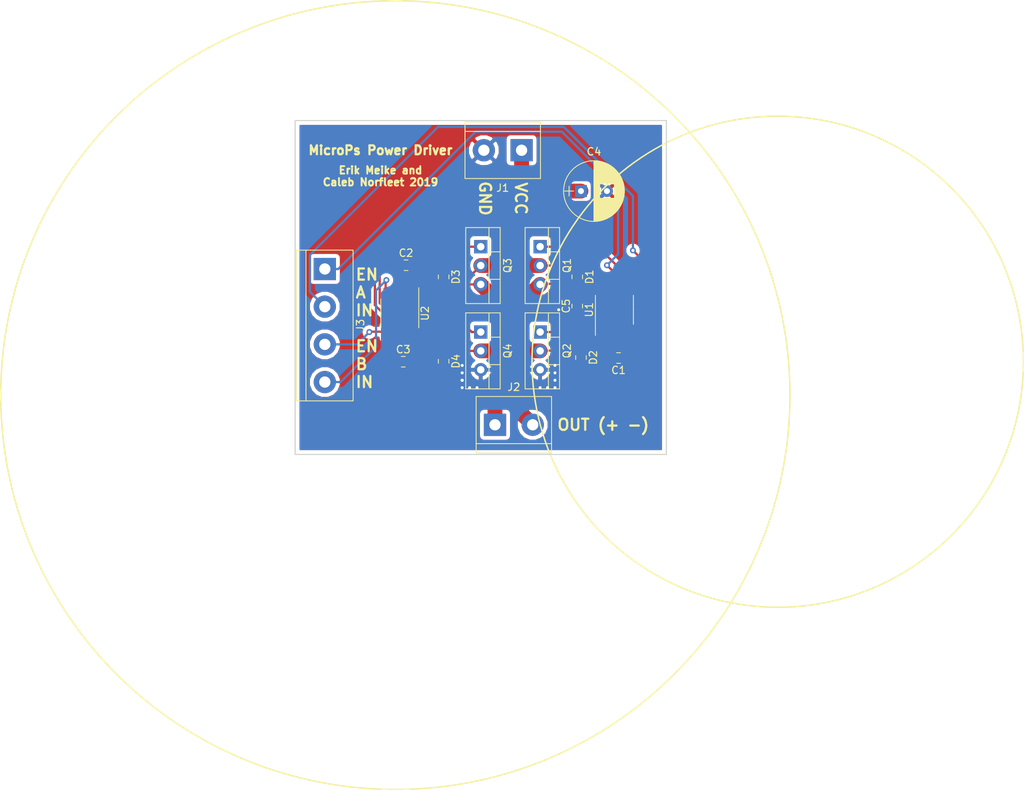
<source format=kicad_pcb>
(kicad_pcb (version 20171130) (host pcbnew "(5.0.1-3-g963ef8bb5)")

  (general
    (thickness 1.6)
    (drawings 11)
    (tracks 145)
    (zones 0)
    (modules 18)
    (nets 15)
  )

  (page A4)
  (layers
    (0 F.Cu signal)
    (31 B.Cu signal)
    (32 B.Adhes user)
    (33 F.Adhes user)
    (34 B.Paste user)
    (35 F.Paste user)
    (36 B.SilkS user)
    (37 F.SilkS user)
    (38 B.Mask user)
    (39 F.Mask user)
    (40 Dwgs.User user)
    (41 Cmts.User user)
    (42 Eco1.User user)
    (43 Eco2.User user)
    (44 Edge.Cuts user)
    (45 Margin user)
    (46 B.CrtYd user)
    (47 F.CrtYd user)
    (48 B.Fab user)
    (49 F.Fab user)
  )

  (setup
    (last_trace_width 0.3)
    (trace_clearance 0.35)
    (zone_clearance 0.508)
    (zone_45_only no)
    (trace_min 0.2)
    (segment_width 0.2)
    (edge_width 0.15)
    (via_size 0.8)
    (via_drill 0.4)
    (via_min_size 0.4)
    (via_min_drill 0.3)
    (uvia_size 0.3)
    (uvia_drill 0.1)
    (uvias_allowed no)
    (uvia_min_size 0.2)
    (uvia_min_drill 0.1)
    (pcb_text_width 0.3)
    (pcb_text_size 1.5 1.5)
    (mod_edge_width 0.15)
    (mod_text_size 1 1)
    (mod_text_width 0.15)
    (pad_size 1.524 1.524)
    (pad_drill 0.762)
    (pad_to_mask_clearance 0.051)
    (solder_mask_min_width 0.25)
    (aux_axis_origin 0 0)
    (visible_elements FFFFFF7F)
    (pcbplotparams
      (layerselection 0x010fc_ffffffff)
      (usegerberextensions false)
      (usegerberattributes false)
      (usegerberadvancedattributes false)
      (creategerberjobfile false)
      (excludeedgelayer true)
      (linewidth 0.100000)
      (plotframeref false)
      (viasonmask false)
      (mode 1)
      (useauxorigin false)
      (hpglpennumber 1)
      (hpglpenspeed 20)
      (hpglpendiameter 15.000000)
      (psnegative false)
      (psa4output false)
      (plotreference true)
      (plotvalue true)
      (plotinvisibletext false)
      (padsonsilk false)
      (subtractmaskfromsilk false)
      (outputformat 1)
      (mirror false)
      (drillshape 1)
      (scaleselection 1)
      (outputdirectory ""))
  )

  (net 0 "")
  (net 1 "Net-(C1-Pad1)")
  (net 2 /Out-)
  (net 3 /Out+)
  (net 4 "Net-(C2-Pad1)")
  (net 5 VCC)
  (net 6 GND)
  (net 7 /INB)
  (net 8 /LENA)
  (net 9 /LENB)
  (net 10 /INA)
  (net 11 "Net-(Q1-Pad1)")
  (net 12 "Net-(Q2-Pad1)")
  (net 13 "Net-(Q3-Pad1)")
  (net 14 "Net-(Q4-Pad1)")

  (net_class Default "This is the default net class."
    (clearance 0.35)
    (trace_width 0.3)
    (via_dia 0.8)
    (via_drill 0.4)
    (uvia_dia 0.3)
    (uvia_drill 0.1)
    (add_net /INA)
    (add_net /INB)
    (add_net /LENA)
    (add_net /LENB)
    (add_net /Out+)
    (add_net /Out-)
    (add_net GND)
    (add_net "Net-(C1-Pad1)")
    (add_net "Net-(C2-Pad1)")
    (add_net "Net-(Q1-Pad1)")
    (add_net "Net-(Q2-Pad1)")
    (add_net "Net-(Q3-Pad1)")
    (add_net "Net-(Q4-Pad1)")
    (add_net VCC)
  )

  (net_class PWR ""
    (clearance 0.5)
    (trace_width 2)
    (via_dia 0.8)
    (via_drill 0.4)
    (uvia_dia 0.3)
    (uvia_drill 0.1)
  )

  (module Capacitors_SMD:C_0805_2012Metric (layer F.Cu) (tedit 5B36C52B) (tstamp 5DE71B93)
    (at 163.5625 112 180)
    (descr "Capacitor SMD 0805 (2012 Metric), square (rectangular) end terminal, IPC_7351 nominal, (Body size source: https://docs.google.com/spreadsheets/d/1BsfQQcO9C6DZCsRaXUlFlo91Tg2WpOkGARC1WS5S8t0/edit?usp=sharing), generated with kicad-footprint-generator")
    (tags capacitor)
    (path /5DE473C5)
    (attr smd)
    (fp_text reference C1 (at 0 -1.65 180) (layer F.SilkS)
      (effects (font (size 1 1) (thickness 0.15)))
    )
    (fp_text value 0.33uF (at 0 1.65 180) (layer F.Fab)
      (effects (font (size 1 1) (thickness 0.15)))
    )
    (fp_line (start -1 0.6) (end -1 -0.6) (layer F.Fab) (width 0.1))
    (fp_line (start -1 -0.6) (end 1 -0.6) (layer F.Fab) (width 0.1))
    (fp_line (start 1 -0.6) (end 1 0.6) (layer F.Fab) (width 0.1))
    (fp_line (start 1 0.6) (end -1 0.6) (layer F.Fab) (width 0.1))
    (fp_line (start -0.258578 -0.71) (end 0.258578 -0.71) (layer F.SilkS) (width 0.12))
    (fp_line (start -0.258578 0.71) (end 0.258578 0.71) (layer F.SilkS) (width 0.12))
    (fp_line (start -1.68 0.95) (end -1.68 -0.95) (layer F.CrtYd) (width 0.05))
    (fp_line (start -1.68 -0.95) (end 1.68 -0.95) (layer F.CrtYd) (width 0.05))
    (fp_line (start 1.68 -0.95) (end 1.68 0.95) (layer F.CrtYd) (width 0.05))
    (fp_line (start 1.68 0.95) (end -1.68 0.95) (layer F.CrtYd) (width 0.05))
    (fp_text user %R (at 0 0 180) (layer F.Fab)
      (effects (font (size 0.5 0.5) (thickness 0.08)))
    )
    (pad 1 smd roundrect (at -0.9375 0 180) (size 0.975 1.4) (layers F.Cu F.Paste F.Mask) (roundrect_rratio 0.25)
      (net 1 "Net-(C1-Pad1)"))
    (pad 2 smd roundrect (at 0.9375 0 180) (size 0.975 1.4) (layers F.Cu F.Paste F.Mask) (roundrect_rratio 0.25)
      (net 2 /Out-))
    (model ${KISYS3DMOD}/Capacitor_SMD.3dshapes/C_0805_2012Metric.wrl
      (at (xyz 0 0 0))
      (scale (xyz 1 1 1))
      (rotate (xyz 0 0 0))
    )
  )

  (module Capacitors_SMD:C_0805_2012Metric (layer F.Cu) (tedit 5B36C52B) (tstamp 5DE71B63)
    (at 134.9375 99.5)
    (descr "Capacitor SMD 0805 (2012 Metric), square (rectangular) end terminal, IPC_7351 nominal, (Body size source: https://docs.google.com/spreadsheets/d/1BsfQQcO9C6DZCsRaXUlFlo91Tg2WpOkGARC1WS5S8t0/edit?usp=sharing), generated with kicad-footprint-generator")
    (tags capacitor)
    (path /5DE4B407)
    (attr smd)
    (fp_text reference C2 (at 0 -1.65) (layer F.SilkS)
      (effects (font (size 1 1) (thickness 0.15)))
    )
    (fp_text value 0.33uF (at 0 1.65) (layer F.Fab)
      (effects (font (size 1 1) (thickness 0.15)))
    )
    (fp_text user %R (at 0 0) (layer F.Fab)
      (effects (font (size 0.5 0.5) (thickness 0.08)))
    )
    (fp_line (start 1.68 0.95) (end -1.68 0.95) (layer F.CrtYd) (width 0.05))
    (fp_line (start 1.68 -0.95) (end 1.68 0.95) (layer F.CrtYd) (width 0.05))
    (fp_line (start -1.68 -0.95) (end 1.68 -0.95) (layer F.CrtYd) (width 0.05))
    (fp_line (start -1.68 0.95) (end -1.68 -0.95) (layer F.CrtYd) (width 0.05))
    (fp_line (start -0.258578 0.71) (end 0.258578 0.71) (layer F.SilkS) (width 0.12))
    (fp_line (start -0.258578 -0.71) (end 0.258578 -0.71) (layer F.SilkS) (width 0.12))
    (fp_line (start 1 0.6) (end -1 0.6) (layer F.Fab) (width 0.1))
    (fp_line (start 1 -0.6) (end 1 0.6) (layer F.Fab) (width 0.1))
    (fp_line (start -1 -0.6) (end 1 -0.6) (layer F.Fab) (width 0.1))
    (fp_line (start -1 0.6) (end -1 -0.6) (layer F.Fab) (width 0.1))
    (pad 2 smd roundrect (at 0.9375 0) (size 0.975 1.4) (layers F.Cu F.Paste F.Mask) (roundrect_rratio 0.25)
      (net 3 /Out+))
    (pad 1 smd roundrect (at -0.9375 0) (size 0.975 1.4) (layers F.Cu F.Paste F.Mask) (roundrect_rratio 0.25)
      (net 4 "Net-(C2-Pad1)"))
    (model ${KISYS3DMOD}/Capacitor_SMD.3dshapes/C_0805_2012Metric.wrl
      (at (xyz 0 0 0))
      (scale (xyz 1 1 1))
      (rotate (xyz 0 0 0))
    )
  )

  (module Capacitors_SMD:C_0805_2012Metric (layer F.Cu) (tedit 5B36C52B) (tstamp 5DE71B33)
    (at 158 101.0625 270)
    (descr "Capacitor SMD 0805 (2012 Metric), square (rectangular) end terminal, IPC_7351 nominal, (Body size source: https://docs.google.com/spreadsheets/d/1BsfQQcO9C6DZCsRaXUlFlo91Tg2WpOkGARC1WS5S8t0/edit?usp=sharing), generated with kicad-footprint-generator")
    (tags capacitor)
    (path /5DDBDEE5)
    (attr smd)
    (fp_text reference D1 (at 0 -1.65 270) (layer F.SilkS)
      (effects (font (size 1 1) (thickness 0.15)))
    )
    (fp_text value D_Shockley (at 0 1.65 270) (layer F.Fab)
      (effects (font (size 1 1) (thickness 0.15)))
    )
    (fp_line (start -1 0.6) (end -1 -0.6) (layer F.Fab) (width 0.1))
    (fp_line (start -1 -0.6) (end 1 -0.6) (layer F.Fab) (width 0.1))
    (fp_line (start 1 -0.6) (end 1 0.6) (layer F.Fab) (width 0.1))
    (fp_line (start 1 0.6) (end -1 0.6) (layer F.Fab) (width 0.1))
    (fp_line (start -0.258578 -0.71) (end 0.258578 -0.71) (layer F.SilkS) (width 0.12))
    (fp_line (start -0.258578 0.71) (end 0.258578 0.71) (layer F.SilkS) (width 0.12))
    (fp_line (start -1.68 0.95) (end -1.68 -0.95) (layer F.CrtYd) (width 0.05))
    (fp_line (start -1.68 -0.95) (end 1.68 -0.95) (layer F.CrtYd) (width 0.05))
    (fp_line (start 1.68 -0.95) (end 1.68 0.95) (layer F.CrtYd) (width 0.05))
    (fp_line (start 1.68 0.95) (end -1.68 0.95) (layer F.CrtYd) (width 0.05))
    (fp_text user %R (at 0 0 270) (layer F.Fab)
      (effects (font (size 0.5 0.5) (thickness 0.08)))
    )
    (pad 1 smd roundrect (at -0.9375 0 270) (size 0.975 1.4) (layers F.Cu F.Paste F.Mask) (roundrect_rratio 0.25)
      (net 5 VCC))
    (pad 2 smd roundrect (at 0.9375 0 270) (size 0.975 1.4) (layers F.Cu F.Paste F.Mask) (roundrect_rratio 0.25)
      (net 2 /Out-))
    (model ${KISYS3DMOD}/Capacitor_SMD.3dshapes/C_0805_2012Metric.wrl
      (at (xyz 0 0 0))
      (scale (xyz 1 1 1))
      (rotate (xyz 0 0 0))
    )
  )

  (module Capacitors_SMD:C_0805_2012Metric (layer F.Cu) (tedit 5B36C52B) (tstamp 5DE71B03)
    (at 158.5 111.9375 270)
    (descr "Capacitor SMD 0805 (2012 Metric), square (rectangular) end terminal, IPC_7351 nominal, (Body size source: https://docs.google.com/spreadsheets/d/1BsfQQcO9C6DZCsRaXUlFlo91Tg2WpOkGARC1WS5S8t0/edit?usp=sharing), generated with kicad-footprint-generator")
    (tags capacitor)
    (path /5DDC8A64)
    (attr smd)
    (fp_text reference D2 (at 0 -1.65 270) (layer F.SilkS)
      (effects (font (size 1 1) (thickness 0.15)))
    )
    (fp_text value D_Shockley (at 0 1.65 270) (layer F.Fab)
      (effects (font (size 1 1) (thickness 0.15)))
    )
    (fp_text user %R (at 0 0 270) (layer F.Fab)
      (effects (font (size 0.5 0.5) (thickness 0.08)))
    )
    (fp_line (start 1.68 0.95) (end -1.68 0.95) (layer F.CrtYd) (width 0.05))
    (fp_line (start 1.68 -0.95) (end 1.68 0.95) (layer F.CrtYd) (width 0.05))
    (fp_line (start -1.68 -0.95) (end 1.68 -0.95) (layer F.CrtYd) (width 0.05))
    (fp_line (start -1.68 0.95) (end -1.68 -0.95) (layer F.CrtYd) (width 0.05))
    (fp_line (start -0.258578 0.71) (end 0.258578 0.71) (layer F.SilkS) (width 0.12))
    (fp_line (start -0.258578 -0.71) (end 0.258578 -0.71) (layer F.SilkS) (width 0.12))
    (fp_line (start 1 0.6) (end -1 0.6) (layer F.Fab) (width 0.1))
    (fp_line (start 1 -0.6) (end 1 0.6) (layer F.Fab) (width 0.1))
    (fp_line (start -1 -0.6) (end 1 -0.6) (layer F.Fab) (width 0.1))
    (fp_line (start -1 0.6) (end -1 -0.6) (layer F.Fab) (width 0.1))
    (pad 2 smd roundrect (at 0.9375 0 270) (size 0.975 1.4) (layers F.Cu F.Paste F.Mask) (roundrect_rratio 0.25)
      (net 6 GND))
    (pad 1 smd roundrect (at -0.9375 0 270) (size 0.975 1.4) (layers F.Cu F.Paste F.Mask) (roundrect_rratio 0.25)
      (net 2 /Out-))
    (model ${KISYS3DMOD}/Capacitor_SMD.3dshapes/C_0805_2012Metric.wrl
      (at (xyz 0 0 0))
      (scale (xyz 1 1 1))
      (rotate (xyz 0 0 0))
    )
  )

  (module Capacitors_SMD:C_0805_2012Metric (layer F.Cu) (tedit 5DE44EF1) (tstamp 5DE71AD3)
    (at 140 101.0625 270)
    (descr "Capacitor SMD 0805 (2012 Metric), square (rectangular) end terminal, IPC_7351 nominal, (Body size source: https://docs.google.com/spreadsheets/d/1BsfQQcO9C6DZCsRaXUlFlo91Tg2WpOkGARC1WS5S8t0/edit?usp=sharing), generated with kicad-footprint-generator")
    (tags capacitor)
    (path /5DDC7A86)
    (attr smd)
    (fp_text reference D3 (at 0 -1.65 270) (layer F.SilkS)
      (effects (font (size 1 1) (thickness 0.15)))
    )
    (fp_text value D_Shockley (at 0 1.65 270) (layer F.Fab)
      (effects (font (size 1 1) (thickness 0.15)))
    )
    (fp_text user %R (at 0 0 270) (layer F.Fab)
      (effects (font (size 0.5 0.5) (thickness 0.08)))
    )
    (fp_line (start 1.68 0.95) (end -1.68 0.95) (layer F.CrtYd) (width 0.05))
    (fp_line (start 1.68 -0.95) (end 1.68 0.95) (layer F.CrtYd) (width 0.05))
    (fp_line (start -1.68 -0.95) (end 1.68 -0.95) (layer F.CrtYd) (width 0.05))
    (fp_line (start -1.68 0.95) (end -1.68 -0.95) (layer F.CrtYd) (width 0.05))
    (fp_line (start -0.258578 0.71) (end 0.258578 0.71) (layer F.SilkS) (width 0.12))
    (fp_line (start -0.258578 -0.71) (end 0.258578 -0.71) (layer F.SilkS) (width 0.12))
    (fp_line (start 1 0.6) (end -1 0.6) (layer F.Fab) (width 0.1))
    (fp_line (start 1 -0.6) (end 1 0.6) (layer F.Fab) (width 0.1))
    (fp_line (start -1 -0.6) (end 1 -0.6) (layer F.Fab) (width 0.1))
    (fp_line (start -1 0.6) (end -1 -0.6) (layer F.Fab) (width 0.1))
    (pad 2 smd roundrect (at 0.9375 0 270) (size 0.975 1.4) (layers F.Cu F.Paste F.Mask) (roundrect_rratio 0.25)
      (net 3 /Out+))
    (pad 1 smd roundrect (at -0.9375 0 270) (size 0.975 1.4) (layers F.Cu F.Paste F.Mask) (roundrect_rratio 0.25)
      (net 5 VCC))
    (model ${KISYS3DMOD}/Capacitor_SMD.3dshapes/C_0805_2012Metric.wrl
      (at (xyz 0 0 0))
      (scale (xyz 1 1 1))
      (rotate (xyz 0 0 0))
    )
  )

  (module Capacitors_SMD:C_0805_2012Metric (layer F.Cu) (tedit 5B36C52B) (tstamp 5DE71AA3)
    (at 140 112.4375 270)
    (descr "Capacitor SMD 0805 (2012 Metric), square (rectangular) end terminal, IPC_7351 nominal, (Body size source: https://docs.google.com/spreadsheets/d/1BsfQQcO9C6DZCsRaXUlFlo91Tg2WpOkGARC1WS5S8t0/edit?usp=sharing), generated with kicad-footprint-generator")
    (tags capacitor)
    (path /5DDC828E)
    (attr smd)
    (fp_text reference D4 (at 0 -1.65 270) (layer F.SilkS)
      (effects (font (size 1 1) (thickness 0.15)))
    )
    (fp_text value D_Shockley (at 0 1.65 270) (layer F.Fab)
      (effects (font (size 1 1) (thickness 0.15)))
    )
    (fp_line (start -1 0.6) (end -1 -0.6) (layer F.Fab) (width 0.1))
    (fp_line (start -1 -0.6) (end 1 -0.6) (layer F.Fab) (width 0.1))
    (fp_line (start 1 -0.6) (end 1 0.6) (layer F.Fab) (width 0.1))
    (fp_line (start 1 0.6) (end -1 0.6) (layer F.Fab) (width 0.1))
    (fp_line (start -0.258578 -0.71) (end 0.258578 -0.71) (layer F.SilkS) (width 0.12))
    (fp_line (start -0.258578 0.71) (end 0.258578 0.71) (layer F.SilkS) (width 0.12))
    (fp_line (start -1.68 0.95) (end -1.68 -0.95) (layer F.CrtYd) (width 0.05))
    (fp_line (start -1.68 -0.95) (end 1.68 -0.95) (layer F.CrtYd) (width 0.05))
    (fp_line (start 1.68 -0.95) (end 1.68 0.95) (layer F.CrtYd) (width 0.05))
    (fp_line (start 1.68 0.95) (end -1.68 0.95) (layer F.CrtYd) (width 0.05))
    (fp_text user %R (at 0 0 270) (layer F.Fab)
      (effects (font (size 0.5 0.5) (thickness 0.08)))
    )
    (pad 1 smd roundrect (at -0.9375 0 270) (size 0.975 1.4) (layers F.Cu F.Paste F.Mask) (roundrect_rratio 0.25)
      (net 3 /Out+))
    (pad 2 smd roundrect (at 0.9375 0 270) (size 0.975 1.4) (layers F.Cu F.Paste F.Mask) (roundrect_rratio 0.25)
      (net 6 GND))
    (model ${KISYS3DMOD}/Capacitor_SMD.3dshapes/C_0805_2012Metric.wrl
      (at (xyz 0 0 0))
      (scale (xyz 1 1 1))
      (rotate (xyz 0 0 0))
    )
  )

  (module TerminalBlock:TerminalBlock_bornier-2_P5.08mm (layer F.Cu) (tedit 59FF03AB) (tstamp 5DE594AD)
    (at 150.5 84 180)
    (descr "simple 2-pin terminal block, pitch 5.08mm, revamped version of bornier2")
    (tags "terminal block bornier2")
    (path /5DE4424B)
    (fp_text reference J1 (at 2.54 -5.08 180) (layer F.SilkS)
      (effects (font (size 1 1) (thickness 0.15)))
    )
    (fp_text value Screw_Terminal_01x02 (at 2.54 5.08 180) (layer F.Fab)
      (effects (font (size 1 1) (thickness 0.15)))
    )
    (fp_text user %R (at 2.54 0 180) (layer F.Fab)
      (effects (font (size 1 1) (thickness 0.15)))
    )
    (fp_line (start -2.41 2.55) (end 7.49 2.55) (layer F.Fab) (width 0.1))
    (fp_line (start -2.46 -3.75) (end -2.46 3.75) (layer F.Fab) (width 0.1))
    (fp_line (start -2.46 3.75) (end 7.54 3.75) (layer F.Fab) (width 0.1))
    (fp_line (start 7.54 3.75) (end 7.54 -3.75) (layer F.Fab) (width 0.1))
    (fp_line (start 7.54 -3.75) (end -2.46 -3.75) (layer F.Fab) (width 0.1))
    (fp_line (start 7.62 2.54) (end -2.54 2.54) (layer F.SilkS) (width 0.12))
    (fp_line (start 7.62 3.81) (end 7.62 -3.81) (layer F.SilkS) (width 0.12))
    (fp_line (start 7.62 -3.81) (end -2.54 -3.81) (layer F.SilkS) (width 0.12))
    (fp_line (start -2.54 -3.81) (end -2.54 3.81) (layer F.SilkS) (width 0.12))
    (fp_line (start -2.54 3.81) (end 7.62 3.81) (layer F.SilkS) (width 0.12))
    (fp_line (start -2.71 -4) (end 7.79 -4) (layer F.CrtYd) (width 0.05))
    (fp_line (start -2.71 -4) (end -2.71 4) (layer F.CrtYd) (width 0.05))
    (fp_line (start 7.79 4) (end 7.79 -4) (layer F.CrtYd) (width 0.05))
    (fp_line (start 7.79 4) (end -2.71 4) (layer F.CrtYd) (width 0.05))
    (pad 1 thru_hole rect (at 0 0 180) (size 3 3) (drill 1.52) (layers *.Cu *.Mask)
      (net 5 VCC))
    (pad 2 thru_hole circle (at 5.08 0 180) (size 3 3) (drill 1.52) (layers *.Cu *.Mask)
      (net 6 GND))
    (model ${KISYS3DMOD}/Terminal_Blocks.3dshapes/TerminalBlock_bornier-2_P5.08mm.wrl
      (offset (xyz 2.539999961853027 0 0))
      (scale (xyz 1 1 1))
      (rotate (xyz 0 0 0))
    )
  )

  (module TerminalBlock:TerminalBlock_bornier-2_P5.08mm (layer F.Cu) (tedit 59FF03AB) (tstamp 5DE594C2)
    (at 146.92 121)
    (descr "simple 2-pin terminal block, pitch 5.08mm, revamped version of bornier2")
    (tags "terminal block bornier2")
    (path /5DDB6198)
    (fp_text reference J2 (at 2.54 -5.08) (layer F.SilkS)
      (effects (font (size 1 1) (thickness 0.15)))
    )
    (fp_text value Screw_Terminal_01x02 (at 2.54 5.08) (layer F.Fab)
      (effects (font (size 1 1) (thickness 0.15)))
    )
    (fp_line (start 7.79 4) (end -2.71 4) (layer F.CrtYd) (width 0.05))
    (fp_line (start 7.79 4) (end 7.79 -4) (layer F.CrtYd) (width 0.05))
    (fp_line (start -2.71 -4) (end -2.71 4) (layer F.CrtYd) (width 0.05))
    (fp_line (start -2.71 -4) (end 7.79 -4) (layer F.CrtYd) (width 0.05))
    (fp_line (start -2.54 3.81) (end 7.62 3.81) (layer F.SilkS) (width 0.12))
    (fp_line (start -2.54 -3.81) (end -2.54 3.81) (layer F.SilkS) (width 0.12))
    (fp_line (start 7.62 -3.81) (end -2.54 -3.81) (layer F.SilkS) (width 0.12))
    (fp_line (start 7.62 3.81) (end 7.62 -3.81) (layer F.SilkS) (width 0.12))
    (fp_line (start 7.62 2.54) (end -2.54 2.54) (layer F.SilkS) (width 0.12))
    (fp_line (start 7.54 -3.75) (end -2.46 -3.75) (layer F.Fab) (width 0.1))
    (fp_line (start 7.54 3.75) (end 7.54 -3.75) (layer F.Fab) (width 0.1))
    (fp_line (start -2.46 3.75) (end 7.54 3.75) (layer F.Fab) (width 0.1))
    (fp_line (start -2.46 -3.75) (end -2.46 3.75) (layer F.Fab) (width 0.1))
    (fp_line (start -2.41 2.55) (end 7.49 2.55) (layer F.Fab) (width 0.1))
    (fp_text user %R (at 2.54 0) (layer F.Fab)
      (effects (font (size 1 1) (thickness 0.15)))
    )
    (pad 2 thru_hole circle (at 5.08 0) (size 3 3) (drill 1.52) (layers *.Cu *.Mask)
      (net 2 /Out-))
    (pad 1 thru_hole rect (at 0 0) (size 3 3) (drill 1.52) (layers *.Cu *.Mask)
      (net 3 /Out+))
    (model ${KISYS3DMOD}/Terminal_Blocks.3dshapes/TerminalBlock_bornier-2_P5.08mm.wrl
      (offset (xyz 2.539999961853027 0 0))
      (scale (xyz 1 1 1))
      (rotate (xyz 0 0 0))
    )
  )

  (module TerminalBlock:TerminalBlock_bornier-4_P5.08mm (layer F.Cu) (tedit 59FF03D1) (tstamp 5DE7174E)
    (at 124 100 270)
    (descr "simple 4-pin terminal block, pitch 5.08mm, revamped version of bornier4")
    (tags "terminal block bornier4")
    (path /5DE44593)
    (fp_text reference J3 (at 7.6 -4.8 270) (layer F.SilkS)
      (effects (font (size 1 1) (thickness 0.15)))
    )
    (fp_text value Screw_Terminal_01x04 (at 7.6 4.75 270) (layer F.Fab)
      (effects (font (size 1 1) (thickness 0.15)))
    )
    (fp_line (start 17.97 4) (end -2.73 4) (layer F.CrtYd) (width 0.05))
    (fp_line (start 17.97 4) (end 17.97 -4) (layer F.CrtYd) (width 0.05))
    (fp_line (start -2.73 -4) (end -2.73 4) (layer F.CrtYd) (width 0.05))
    (fp_line (start -2.73 -4) (end 17.97 -4) (layer F.CrtYd) (width 0.05))
    (fp_line (start -2.54 3.81) (end 17.78 3.81) (layer F.SilkS) (width 0.12))
    (fp_line (start -2.54 -3.81) (end 17.78 -3.81) (layer F.SilkS) (width 0.12))
    (fp_line (start 17.78 2.54) (end -2.54 2.54) (layer F.SilkS) (width 0.12))
    (fp_line (start 17.78 3.81) (end 17.78 -3.81) (layer F.SilkS) (width 0.12))
    (fp_line (start -2.54 -3.81) (end -2.54 3.81) (layer F.SilkS) (width 0.12))
    (fp_line (start 17.72 3.75) (end -2.43 3.75) (layer F.Fab) (width 0.1))
    (fp_line (start 17.72 -3.75) (end 17.72 3.75) (layer F.Fab) (width 0.1))
    (fp_line (start -2.48 -3.75) (end 17.72 -3.75) (layer F.Fab) (width 0.1))
    (fp_line (start -2.48 3.75) (end -2.48 -3.75) (layer F.Fab) (width 0.1))
    (fp_line (start -2.43 3.75) (end -2.48 3.75) (layer F.Fab) (width 0.1))
    (fp_line (start -2.48 2.55) (end 17.72 2.55) (layer F.Fab) (width 0.1))
    (fp_text user %R (at 7.62 0 270) (layer F.Fab)
      (effects (font (size 1 1) (thickness 0.15)))
    )
    (pad 4 thru_hole circle (at 15.24 0 270) (size 3 3) (drill 1.52) (layers *.Cu *.Mask)
      (net 7 /INB))
    (pad 1 thru_hole rect (at 0 0 270) (size 3 3) (drill 1.52) (layers *.Cu *.Mask)
      (net 8 /LENA))
    (pad 3 thru_hole circle (at 10.16 0 270) (size 3 3) (drill 1.52) (layers *.Cu *.Mask)
      (net 9 /LENB))
    (pad 2 thru_hole circle (at 5.08 0 270) (size 3 3) (drill 1.52) (layers *.Cu *.Mask)
      (net 10 /INA))
    (model ${KISYS3DMOD}/Terminal_Blocks.3dshapes/TerminalBlock_bornier-4_P5.08mm.wrl
      (offset (xyz 7.619999885559082 0 0))
      (scale (xyz 1 1 1))
      (rotate (xyz 0 0 0))
    )
  )

  (module Package_SO:SOIC-8_3.9x4.9mm_P1.27mm (layer F.Cu) (tedit 5C97300E) (tstamp 5DE71A61)
    (at 163 105.5 90)
    (descr "SOIC, 8 Pin (JEDEC MS-012AA, https://www.analog.com/media/en/package-pcb-resources/package/pkg_pdf/soic_narrow-r/r_8.pdf), generated with kicad-footprint-generator ipc_gullwing_generator.py")
    (tags "SOIC SO")
    (path /5DE45A9D)
    (attr smd)
    (fp_text reference U1 (at 0 -3.4 90) (layer F.SilkS)
      (effects (font (size 1 1) (thickness 0.15)))
    )
    (fp_text value LM27222 (at 0 3.4 90) (layer F.Fab)
      (effects (font (size 1 1) (thickness 0.15)))
    )
    (fp_line (start 0 2.56) (end 1.95 2.56) (layer F.SilkS) (width 0.12))
    (fp_line (start 0 2.56) (end -1.95 2.56) (layer F.SilkS) (width 0.12))
    (fp_line (start 0 -2.56) (end 1.95 -2.56) (layer F.SilkS) (width 0.12))
    (fp_line (start 0 -2.56) (end -3.45 -2.56) (layer F.SilkS) (width 0.12))
    (fp_line (start -0.975 -2.45) (end 1.95 -2.45) (layer F.Fab) (width 0.1))
    (fp_line (start 1.95 -2.45) (end 1.95 2.45) (layer F.Fab) (width 0.1))
    (fp_line (start 1.95 2.45) (end -1.95 2.45) (layer F.Fab) (width 0.1))
    (fp_line (start -1.95 2.45) (end -1.95 -1.475) (layer F.Fab) (width 0.1))
    (fp_line (start -1.95 -1.475) (end -0.975 -2.45) (layer F.Fab) (width 0.1))
    (fp_line (start -3.7 -2.7) (end -3.7 2.7) (layer F.CrtYd) (width 0.05))
    (fp_line (start -3.7 2.7) (end 3.7 2.7) (layer F.CrtYd) (width 0.05))
    (fp_line (start 3.7 2.7) (end 3.7 -2.7) (layer F.CrtYd) (width 0.05))
    (fp_line (start 3.7 -2.7) (end -3.7 -2.7) (layer F.CrtYd) (width 0.05))
    (fp_text user %R (at 0 0 90) (layer F.Fab)
      (effects (font (size 0.98 0.98) (thickness 0.15)))
    )
    (pad 1 smd roundrect (at -2.475 -1.905 90) (size 1.95 0.6) (layers F.Cu F.Paste F.Mask) (roundrect_rratio 0.25)
      (net 2 /Out-))
    (pad 2 smd roundrect (at -2.475 -0.635 90) (size 1.95 0.6) (layers F.Cu F.Paste F.Mask) (roundrect_rratio 0.25)
      (net 11 "Net-(Q1-Pad1)"))
    (pad 3 smd roundrect (at -2.475 0.635 90) (size 1.95 0.6) (layers F.Cu F.Paste F.Mask) (roundrect_rratio 0.25)
      (net 1 "Net-(C1-Pad1)"))
    (pad 4 smd roundrect (at -2.475 1.905 90) (size 1.95 0.6) (layers F.Cu F.Paste F.Mask) (roundrect_rratio 0.25)
      (net 10 /INA))
    (pad 5 smd roundrect (at 2.475 1.905 90) (size 1.95 0.6) (layers F.Cu F.Paste F.Mask) (roundrect_rratio 0.25)
      (net 8 /LENA))
    (pad 6 smd roundrect (at 2.475 0.635 90) (size 1.95 0.6) (layers F.Cu F.Paste F.Mask) (roundrect_rratio 0.25)
      (net 5 VCC))
    (pad 7 smd roundrect (at 2.475 -0.635 90) (size 1.95 0.6) (layers F.Cu F.Paste F.Mask) (roundrect_rratio 0.25)
      (net 12 "Net-(Q2-Pad1)"))
    (pad 8 smd roundrect (at 2.475 -1.905 90) (size 1.95 0.6) (layers F.Cu F.Paste F.Mask) (roundrect_rratio 0.25)
      (net 6 GND))
    (model ${KISYS3DMOD}/Package_SO.3dshapes/SOIC-8_3.9x4.9mm_P1.27mm.wrl
      (at (xyz 0 0 0))
      (scale (xyz 1 1 1))
      (rotate (xyz 0 0 0))
    )
  )

  (module Package_SO:SOIC-8_3.9x4.9mm_P1.27mm (layer F.Cu) (tedit 5C97300E) (tstamp 5DE71A16)
    (at 134.095 105.975 270)
    (descr "SOIC, 8 Pin (JEDEC MS-012AA, https://www.analog.com/media/en/package-pcb-resources/package/pkg_pdf/soic_narrow-r/r_8.pdf), generated with kicad-footprint-generator ipc_gullwing_generator.py")
    (tags "SOIC SO")
    (path /5DE4B3FD)
    (attr smd)
    (fp_text reference U2 (at 0 -3.4 270) (layer F.SilkS)
      (effects (font (size 1 1) (thickness 0.15)))
    )
    (fp_text value LM27222 (at 0 3.4 270) (layer F.Fab)
      (effects (font (size 1 1) (thickness 0.15)))
    )
    (fp_text user %R (at 0 0 270) (layer F.Fab)
      (effects (font (size 0.98 0.98) (thickness 0.15)))
    )
    (fp_line (start 3.7 -2.7) (end -3.7 -2.7) (layer F.CrtYd) (width 0.05))
    (fp_line (start 3.7 2.7) (end 3.7 -2.7) (layer F.CrtYd) (width 0.05))
    (fp_line (start -3.7 2.7) (end 3.7 2.7) (layer F.CrtYd) (width 0.05))
    (fp_line (start -3.7 -2.7) (end -3.7 2.7) (layer F.CrtYd) (width 0.05))
    (fp_line (start -1.95 -1.475) (end -0.975 -2.45) (layer F.Fab) (width 0.1))
    (fp_line (start -1.95 2.45) (end -1.95 -1.475) (layer F.Fab) (width 0.1))
    (fp_line (start 1.95 2.45) (end -1.95 2.45) (layer F.Fab) (width 0.1))
    (fp_line (start 1.95 -2.45) (end 1.95 2.45) (layer F.Fab) (width 0.1))
    (fp_line (start -0.975 -2.45) (end 1.95 -2.45) (layer F.Fab) (width 0.1))
    (fp_line (start 0 -2.56) (end -3.45 -2.56) (layer F.SilkS) (width 0.12))
    (fp_line (start 0 -2.56) (end 1.95 -2.56) (layer F.SilkS) (width 0.12))
    (fp_line (start 0 2.56) (end -1.95 2.56) (layer F.SilkS) (width 0.12))
    (fp_line (start 0 2.56) (end 1.95 2.56) (layer F.SilkS) (width 0.12))
    (pad 8 smd roundrect (at 2.475 -1.905 270) (size 1.95 0.6) (layers F.Cu F.Paste F.Mask) (roundrect_rratio 0.25)
      (net 6 GND))
    (pad 7 smd roundrect (at 2.475 -0.635 270) (size 1.95 0.6) (layers F.Cu F.Paste F.Mask) (roundrect_rratio 0.25)
      (net 14 "Net-(Q4-Pad1)"))
    (pad 6 smd roundrect (at 2.475 0.635 270) (size 1.95 0.6) (layers F.Cu F.Paste F.Mask) (roundrect_rratio 0.25)
      (net 5 VCC))
    (pad 5 smd roundrect (at 2.475 1.905 270) (size 1.95 0.6) (layers F.Cu F.Paste F.Mask) (roundrect_rratio 0.25)
      (net 9 /LENB))
    (pad 4 smd roundrect (at -2.475 1.905 270) (size 1.95 0.6) (layers F.Cu F.Paste F.Mask) (roundrect_rratio 0.25)
      (net 7 /INB))
    (pad 3 smd roundrect (at -2.475 0.635 270) (size 1.95 0.6) (layers F.Cu F.Paste F.Mask) (roundrect_rratio 0.25)
      (net 4 "Net-(C2-Pad1)"))
    (pad 2 smd roundrect (at -2.475 -0.635 270) (size 1.95 0.6) (layers F.Cu F.Paste F.Mask) (roundrect_rratio 0.25)
      (net 13 "Net-(Q3-Pad1)"))
    (pad 1 smd roundrect (at -2.475 -1.905 270) (size 1.95 0.6) (layers F.Cu F.Paste F.Mask) (roundrect_rratio 0.25)
      (net 3 /Out+))
    (model ${KISYS3DMOD}/Package_SO.3dshapes/SOIC-8_3.9x4.9mm_P1.27mm.wrl
      (at (xyz 0 0 0))
      (scale (xyz 1 1 1))
      (rotate (xyz 0 0 0))
    )
  )

  (module TO_SOT_Packages_THT:TO-220-3_Vertical (layer F.Cu) (tedit 58CE52AD) (tstamp 5DE719CB)
    (at 153 97 270)
    (descr "TO-220-3, Vertical, RM 2.54mm")
    (tags "TO-220-3 Vertical RM 2.54mm")
    (path /5DDB8D6C)
    (fp_text reference Q1 (at 2.54 -3.62 270) (layer F.SilkS)
      (effects (font (size 1 1) (thickness 0.15)))
    )
    (fp_text value IRF6623 (at 2.54 3.92 270) (layer F.Fab)
      (effects (font (size 1 1) (thickness 0.15)))
    )
    (fp_line (start 7.79 -2.75) (end -2.71 -2.75) (layer F.CrtYd) (width 0.05))
    (fp_line (start 7.79 2.16) (end 7.79 -2.75) (layer F.CrtYd) (width 0.05))
    (fp_line (start -2.71 2.16) (end 7.79 2.16) (layer F.CrtYd) (width 0.05))
    (fp_line (start -2.71 -2.75) (end -2.71 2.16) (layer F.CrtYd) (width 0.05))
    (fp_line (start 4.391 -2.62) (end 4.391 -1.11) (layer F.SilkS) (width 0.12))
    (fp_line (start 0.69 -2.62) (end 0.69 -1.11) (layer F.SilkS) (width 0.12))
    (fp_line (start -2.58 -1.11) (end 7.66 -1.11) (layer F.SilkS) (width 0.12))
    (fp_line (start 7.66 -2.62) (end 7.66 2.021) (layer F.SilkS) (width 0.12))
    (fp_line (start -2.58 -2.62) (end -2.58 2.021) (layer F.SilkS) (width 0.12))
    (fp_line (start -2.58 2.021) (end 7.66 2.021) (layer F.SilkS) (width 0.12))
    (fp_line (start -2.58 -2.62) (end 7.66 -2.62) (layer F.SilkS) (width 0.12))
    (fp_line (start 4.39 -2.5) (end 4.39 -1.23) (layer F.Fab) (width 0.1))
    (fp_line (start 0.69 -2.5) (end 0.69 -1.23) (layer F.Fab) (width 0.1))
    (fp_line (start -2.46 -1.23) (end 7.54 -1.23) (layer F.Fab) (width 0.1))
    (fp_line (start 7.54 -2.5) (end -2.46 -2.5) (layer F.Fab) (width 0.1))
    (fp_line (start 7.54 1.9) (end 7.54 -2.5) (layer F.Fab) (width 0.1))
    (fp_line (start -2.46 1.9) (end 7.54 1.9) (layer F.Fab) (width 0.1))
    (fp_line (start -2.46 -2.5) (end -2.46 1.9) (layer F.Fab) (width 0.1))
    (fp_text user %R (at 2.54 -3.62 270) (layer F.Fab)
      (effects (font (size 1 1) (thickness 0.15)))
    )
    (pad 3 thru_hole oval (at 5.08 0 270) (size 1.8 1.8) (drill 1) (layers *.Cu *.Mask)
      (net 2 /Out-))
    (pad 2 thru_hole oval (at 2.54 0 270) (size 1.8 1.8) (drill 1) (layers *.Cu *.Mask)
      (net 5 VCC))
    (pad 1 thru_hole rect (at 0 0 270) (size 1.8 1.8) (drill 1) (layers *.Cu *.Mask)
      (net 11 "Net-(Q1-Pad1)"))
    (model ${KISYS3DMOD}/TO_SOT_Packages_THT.3dshapes/TO-220-3_Vertical.wrl
      (offset (xyz 2.539999961853027 0 0))
      (scale (xyz 0.393701 0.393701 0.393701))
      (rotate (xyz 0 0 0))
    )
  )

  (module TO_SOT_Packages_THT:TO-220-3_Vertical (layer F.Cu) (tedit 58CE52AD) (tstamp 5DE71980)
    (at 153 108.5 270)
    (descr "TO-220-3, Vertical, RM 2.54mm")
    (tags "TO-220-3 Vertical RM 2.54mm")
    (path /5DDB9E45)
    (fp_text reference Q2 (at 2.54 -3.62 270) (layer F.SilkS)
      (effects (font (size 1 1) (thickness 0.15)))
    )
    (fp_text value IRF6623 (at 2.54 3.92 270) (layer F.Fab)
      (effects (font (size 1 1) (thickness 0.15)))
    )
    (fp_text user %R (at 2.54 -3.62 270) (layer F.Fab)
      (effects (font (size 1 1) (thickness 0.15)))
    )
    (fp_line (start -2.46 -2.5) (end -2.46 1.9) (layer F.Fab) (width 0.1))
    (fp_line (start -2.46 1.9) (end 7.54 1.9) (layer F.Fab) (width 0.1))
    (fp_line (start 7.54 1.9) (end 7.54 -2.5) (layer F.Fab) (width 0.1))
    (fp_line (start 7.54 -2.5) (end -2.46 -2.5) (layer F.Fab) (width 0.1))
    (fp_line (start -2.46 -1.23) (end 7.54 -1.23) (layer F.Fab) (width 0.1))
    (fp_line (start 0.69 -2.5) (end 0.69 -1.23) (layer F.Fab) (width 0.1))
    (fp_line (start 4.39 -2.5) (end 4.39 -1.23) (layer F.Fab) (width 0.1))
    (fp_line (start -2.58 -2.62) (end 7.66 -2.62) (layer F.SilkS) (width 0.12))
    (fp_line (start -2.58 2.021) (end 7.66 2.021) (layer F.SilkS) (width 0.12))
    (fp_line (start -2.58 -2.62) (end -2.58 2.021) (layer F.SilkS) (width 0.12))
    (fp_line (start 7.66 -2.62) (end 7.66 2.021) (layer F.SilkS) (width 0.12))
    (fp_line (start -2.58 -1.11) (end 7.66 -1.11) (layer F.SilkS) (width 0.12))
    (fp_line (start 0.69 -2.62) (end 0.69 -1.11) (layer F.SilkS) (width 0.12))
    (fp_line (start 4.391 -2.62) (end 4.391 -1.11) (layer F.SilkS) (width 0.12))
    (fp_line (start -2.71 -2.75) (end -2.71 2.16) (layer F.CrtYd) (width 0.05))
    (fp_line (start -2.71 2.16) (end 7.79 2.16) (layer F.CrtYd) (width 0.05))
    (fp_line (start 7.79 2.16) (end 7.79 -2.75) (layer F.CrtYd) (width 0.05))
    (fp_line (start 7.79 -2.75) (end -2.71 -2.75) (layer F.CrtYd) (width 0.05))
    (pad 1 thru_hole rect (at 0 0 270) (size 1.8 1.8) (drill 1) (layers *.Cu *.Mask)
      (net 12 "Net-(Q2-Pad1)"))
    (pad 2 thru_hole oval (at 2.54 0 270) (size 1.8 1.8) (drill 1) (layers *.Cu *.Mask)
      (net 2 /Out-))
    (pad 3 thru_hole oval (at 5.08 0 270) (size 1.8 1.8) (drill 1) (layers *.Cu *.Mask)
      (net 6 GND))
    (model ${KISYS3DMOD}/TO_SOT_Packages_THT.3dshapes/TO-220-3_Vertical.wrl
      (offset (xyz 2.539999961853027 0 0))
      (scale (xyz 0.393701 0.393701 0.393701))
      (rotate (xyz 0 0 0))
    )
  )

  (module TO_SOT_Packages_THT:TO-220-3_Vertical (layer F.Cu) (tedit 58CE52AD) (tstamp 5DE71C17)
    (at 145 97 270)
    (descr "TO-220-3, Vertical, RM 2.54mm")
    (tags "TO-220-3 Vertical RM 2.54mm")
    (path /5DDBC5A7)
    (fp_text reference Q3 (at 2.54 -3.62 270) (layer F.SilkS)
      (effects (font (size 1 1) (thickness 0.15)))
    )
    (fp_text value IRF6623 (at 2.54 3.92 270) (layer F.Fab)
      (effects (font (size 1 1) (thickness 0.15)))
    )
    (fp_text user %R (at 2.54 -3.62 270) (layer F.Fab)
      (effects (font (size 1 1) (thickness 0.15)))
    )
    (fp_line (start -2.46 -2.5) (end -2.46 1.9) (layer F.Fab) (width 0.1))
    (fp_line (start -2.46 1.9) (end 7.54 1.9) (layer F.Fab) (width 0.1))
    (fp_line (start 7.54 1.9) (end 7.54 -2.5) (layer F.Fab) (width 0.1))
    (fp_line (start 7.54 -2.5) (end -2.46 -2.5) (layer F.Fab) (width 0.1))
    (fp_line (start -2.46 -1.23) (end 7.54 -1.23) (layer F.Fab) (width 0.1))
    (fp_line (start 0.69 -2.5) (end 0.69 -1.23) (layer F.Fab) (width 0.1))
    (fp_line (start 4.39 -2.5) (end 4.39 -1.23) (layer F.Fab) (width 0.1))
    (fp_line (start -2.58 -2.62) (end 7.66 -2.62) (layer F.SilkS) (width 0.12))
    (fp_line (start -2.58 2.021) (end 7.66 2.021) (layer F.SilkS) (width 0.12))
    (fp_line (start -2.58 -2.62) (end -2.58 2.021) (layer F.SilkS) (width 0.12))
    (fp_line (start 7.66 -2.62) (end 7.66 2.021) (layer F.SilkS) (width 0.12))
    (fp_line (start -2.58 -1.11) (end 7.66 -1.11) (layer F.SilkS) (width 0.12))
    (fp_line (start 0.69 -2.62) (end 0.69 -1.11) (layer F.SilkS) (width 0.12))
    (fp_line (start 4.391 -2.62) (end 4.391 -1.11) (layer F.SilkS) (width 0.12))
    (fp_line (start -2.71 -2.75) (end -2.71 2.16) (layer F.CrtYd) (width 0.05))
    (fp_line (start -2.71 2.16) (end 7.79 2.16) (layer F.CrtYd) (width 0.05))
    (fp_line (start 7.79 2.16) (end 7.79 -2.75) (layer F.CrtYd) (width 0.05))
    (fp_line (start 7.79 -2.75) (end -2.71 -2.75) (layer F.CrtYd) (width 0.05))
    (pad 1 thru_hole rect (at 0 0 270) (size 1.8 1.8) (drill 1) (layers *.Cu *.Mask)
      (net 13 "Net-(Q3-Pad1)"))
    (pad 2 thru_hole oval (at 2.54 0 270) (size 1.8 1.8) (drill 1) (layers *.Cu *.Mask)
      (net 5 VCC))
    (pad 3 thru_hole oval (at 5.08 0 270) (size 1.8 1.8) (drill 1) (layers *.Cu *.Mask)
      (net 3 /Out+))
    (model ${KISYS3DMOD}/TO_SOT_Packages_THT.3dshapes/TO-220-3_Vertical.wrl
      (offset (xyz 2.539999961853027 0 0))
      (scale (xyz 0.393701 0.393701 0.393701))
      (rotate (xyz 0 0 0))
    )
  )

  (module TO_SOT_Packages_THT:TO-220-3_Vertical (layer F.Cu) (tedit 58CE52AD) (tstamp 5DE71BCC)
    (at 145 108.5 270)
    (descr "TO-220-3, Vertical, RM 2.54mm")
    (tags "TO-220-3 Vertical RM 2.54mm")
    (path /5DDBAD87)
    (fp_text reference Q4 (at 2.54 -3.62 270) (layer F.SilkS)
      (effects (font (size 1 1) (thickness 0.15)))
    )
    (fp_text value IRF6623 (at 2.54 3.92 270) (layer F.Fab)
      (effects (font (size 1 1) (thickness 0.15)))
    )
    (fp_line (start 7.79 -2.75) (end -2.71 -2.75) (layer F.CrtYd) (width 0.05))
    (fp_line (start 7.79 2.16) (end 7.79 -2.75) (layer F.CrtYd) (width 0.05))
    (fp_line (start -2.71 2.16) (end 7.79 2.16) (layer F.CrtYd) (width 0.05))
    (fp_line (start -2.71 -2.75) (end -2.71 2.16) (layer F.CrtYd) (width 0.05))
    (fp_line (start 4.391 -2.62) (end 4.391 -1.11) (layer F.SilkS) (width 0.12))
    (fp_line (start 0.69 -2.62) (end 0.69 -1.11) (layer F.SilkS) (width 0.12))
    (fp_line (start -2.58 -1.11) (end 7.66 -1.11) (layer F.SilkS) (width 0.12))
    (fp_line (start 7.66 -2.62) (end 7.66 2.021) (layer F.SilkS) (width 0.12))
    (fp_line (start -2.58 -2.62) (end -2.58 2.021) (layer F.SilkS) (width 0.12))
    (fp_line (start -2.58 2.021) (end 7.66 2.021) (layer F.SilkS) (width 0.12))
    (fp_line (start -2.58 -2.62) (end 7.66 -2.62) (layer F.SilkS) (width 0.12))
    (fp_line (start 4.39 -2.5) (end 4.39 -1.23) (layer F.Fab) (width 0.1))
    (fp_line (start 0.69 -2.5) (end 0.69 -1.23) (layer F.Fab) (width 0.1))
    (fp_line (start -2.46 -1.23) (end 7.54 -1.23) (layer F.Fab) (width 0.1))
    (fp_line (start 7.54 -2.5) (end -2.46 -2.5) (layer F.Fab) (width 0.1))
    (fp_line (start 7.54 1.9) (end 7.54 -2.5) (layer F.Fab) (width 0.1))
    (fp_line (start -2.46 1.9) (end 7.54 1.9) (layer F.Fab) (width 0.1))
    (fp_line (start -2.46 -2.5) (end -2.46 1.9) (layer F.Fab) (width 0.1))
    (fp_text user %R (at 2.54 -3.62 270) (layer F.Fab)
      (effects (font (size 1 1) (thickness 0.15)))
    )
    (pad 3 thru_hole oval (at 5.08 0 270) (size 1.8 1.8) (drill 1) (layers *.Cu *.Mask)
      (net 6 GND))
    (pad 2 thru_hole oval (at 2.54 0 270) (size 1.8 1.8) (drill 1) (layers *.Cu *.Mask)
      (net 3 /Out+))
    (pad 1 thru_hole rect (at 0 0 270) (size 1.8 1.8) (drill 1) (layers *.Cu *.Mask)
      (net 14 "Net-(Q4-Pad1)"))
    (model ${KISYS3DMOD}/TO_SOT_Packages_THT.3dshapes/TO-220-3_Vertical.wrl
      (offset (xyz 2.539999961853027 0 0))
      (scale (xyz 0.393701 0.393701 0.393701))
      (rotate (xyz 0 0 0))
    )
  )

  (module Capacitors_SMD:C_0805_2012Metric (layer F.Cu) (tedit 5B36C52B) (tstamp 5DE71947)
    (at 134.5625 112.5)
    (descr "Capacitor SMD 0805 (2012 Metric), square (rectangular) end terminal, IPC_7351 nominal, (Body size source: https://docs.google.com/spreadsheets/d/1BsfQQcO9C6DZCsRaXUlFlo91Tg2WpOkGARC1WS5S8t0/edit?usp=sharing), generated with kicad-footprint-generator")
    (tags capacitor)
    (path /5DE4D2E0)
    (attr smd)
    (fp_text reference C3 (at 0 -1.65) (layer F.SilkS)
      (effects (font (size 1 1) (thickness 0.15)))
    )
    (fp_text value 0.1uF (at 0 1.65) (layer F.Fab)
      (effects (font (size 1 1) (thickness 0.15)))
    )
    (fp_line (start -1 0.6) (end -1 -0.6) (layer F.Fab) (width 0.1))
    (fp_line (start -1 -0.6) (end 1 -0.6) (layer F.Fab) (width 0.1))
    (fp_line (start 1 -0.6) (end 1 0.6) (layer F.Fab) (width 0.1))
    (fp_line (start 1 0.6) (end -1 0.6) (layer F.Fab) (width 0.1))
    (fp_line (start -0.258578 -0.71) (end 0.258578 -0.71) (layer F.SilkS) (width 0.12))
    (fp_line (start -0.258578 0.71) (end 0.258578 0.71) (layer F.SilkS) (width 0.12))
    (fp_line (start -1.68 0.95) (end -1.68 -0.95) (layer F.CrtYd) (width 0.05))
    (fp_line (start -1.68 -0.95) (end 1.68 -0.95) (layer F.CrtYd) (width 0.05))
    (fp_line (start 1.68 -0.95) (end 1.68 0.95) (layer F.CrtYd) (width 0.05))
    (fp_line (start 1.68 0.95) (end -1.68 0.95) (layer F.CrtYd) (width 0.05))
    (fp_text user %R (at 0 0) (layer F.Fab)
      (effects (font (size 0.5 0.5) (thickness 0.08)))
    )
    (pad 1 smd roundrect (at -0.9375 0) (size 0.975 1.4) (layers F.Cu F.Paste F.Mask) (roundrect_rratio 0.25)
      (net 5 VCC))
    (pad 2 smd roundrect (at 0.9375 0) (size 0.975 1.4) (layers F.Cu F.Paste F.Mask) (roundrect_rratio 0.25)
      (net 6 GND))
    (model ${KISYS3DMOD}/Capacitor_SMD.3dshapes/C_0805_2012Metric.wrl
      (at (xyz 0 0 0))
      (scale (xyz 1 1 1))
      (rotate (xyz 0 0 0))
    )
  )

  (module Capacitors_THT:CP_Radial_D8.0mm_P3.50mm (layer F.Cu) (tedit 597BC7C2) (tstamp 5DE7127F)
    (at 158.5 89.5)
    (descr "CP, Radial series, Radial, pin pitch=3.50mm, , diameter=8mm, Electrolytic Capacitor")
    (tags "CP Radial series Radial pin pitch 3.50mm  diameter 8mm Electrolytic Capacitor")
    (path /5DE4F11D)
    (fp_text reference C4 (at 1.75 -5.31) (layer F.SilkS)
      (effects (font (size 1 1) (thickness 0.15)))
    )
    (fp_text value 100uF (at 1.75 5.31) (layer F.Fab)
      (effects (font (size 1 1) (thickness 0.15)))
    )
    (fp_text user %R (at 1.75 0) (layer F.Fab)
      (effects (font (size 1 1) (thickness 0.15)))
    )
    (fp_line (start 6.1 -4.35) (end -2.6 -4.35) (layer F.CrtYd) (width 0.05))
    (fp_line (start 6.1 4.35) (end 6.1 -4.35) (layer F.CrtYd) (width 0.05))
    (fp_line (start -2.6 4.35) (end 6.1 4.35) (layer F.CrtYd) (width 0.05))
    (fp_line (start -2.6 -4.35) (end -2.6 4.35) (layer F.CrtYd) (width 0.05))
    (fp_line (start -1.6 -0.65) (end -1.6 0.65) (layer F.SilkS) (width 0.12))
    (fp_line (start -2.2 0) (end -1 0) (layer F.SilkS) (width 0.12))
    (fp_line (start 5.831 -0.246) (end 5.831 0.246) (layer F.SilkS) (width 0.12))
    (fp_line (start 5.791 -0.598) (end 5.791 0.598) (layer F.SilkS) (width 0.12))
    (fp_line (start 5.751 -0.814) (end 5.751 0.814) (layer F.SilkS) (width 0.12))
    (fp_line (start 5.711 -0.983) (end 5.711 0.983) (layer F.SilkS) (width 0.12))
    (fp_line (start 5.671 -1.127) (end 5.671 1.127) (layer F.SilkS) (width 0.12))
    (fp_line (start 5.631 -1.254) (end 5.631 1.254) (layer F.SilkS) (width 0.12))
    (fp_line (start 5.591 -1.369) (end 5.591 1.369) (layer F.SilkS) (width 0.12))
    (fp_line (start 5.551 -1.473) (end 5.551 1.473) (layer F.SilkS) (width 0.12))
    (fp_line (start 5.511 -1.57) (end 5.511 1.57) (layer F.SilkS) (width 0.12))
    (fp_line (start 5.471 -1.66) (end 5.471 1.66) (layer F.SilkS) (width 0.12))
    (fp_line (start 5.431 -1.745) (end 5.431 1.745) (layer F.SilkS) (width 0.12))
    (fp_line (start 5.391 -1.826) (end 5.391 1.826) (layer F.SilkS) (width 0.12))
    (fp_line (start 5.351 -1.902) (end 5.351 1.902) (layer F.SilkS) (width 0.12))
    (fp_line (start 5.311 -1.974) (end 5.311 1.974) (layer F.SilkS) (width 0.12))
    (fp_line (start 5.271 -2.043) (end 5.271 2.043) (layer F.SilkS) (width 0.12))
    (fp_line (start 5.231 -2.109) (end 5.231 2.109) (layer F.SilkS) (width 0.12))
    (fp_line (start 5.191 -2.173) (end 5.191 2.173) (layer F.SilkS) (width 0.12))
    (fp_line (start 5.151 -2.234) (end 5.151 2.234) (layer F.SilkS) (width 0.12))
    (fp_line (start 5.111 -2.293) (end 5.111 2.293) (layer F.SilkS) (width 0.12))
    (fp_line (start 5.071 -2.349) (end 5.071 2.349) (layer F.SilkS) (width 0.12))
    (fp_line (start 5.031 -2.404) (end 5.031 2.404) (layer F.SilkS) (width 0.12))
    (fp_line (start 4.991 -2.457) (end 4.991 2.457) (layer F.SilkS) (width 0.12))
    (fp_line (start 4.951 -2.508) (end 4.951 2.508) (layer F.SilkS) (width 0.12))
    (fp_line (start 4.911 -2.557) (end 4.911 2.557) (layer F.SilkS) (width 0.12))
    (fp_line (start 4.871 -2.605) (end 4.871 2.605) (layer F.SilkS) (width 0.12))
    (fp_line (start 4.831 -2.652) (end 4.831 2.652) (layer F.SilkS) (width 0.12))
    (fp_line (start 4.791 -2.697) (end 4.791 2.697) (layer F.SilkS) (width 0.12))
    (fp_line (start 4.751 -2.74) (end 4.751 2.74) (layer F.SilkS) (width 0.12))
    (fp_line (start 4.711 -2.783) (end 4.711 2.783) (layer F.SilkS) (width 0.12))
    (fp_line (start 4.671 -2.824) (end 4.671 2.824) (layer F.SilkS) (width 0.12))
    (fp_line (start 4.631 -2.865) (end 4.631 2.865) (layer F.SilkS) (width 0.12))
    (fp_line (start 4.591 -2.904) (end 4.591 2.904) (layer F.SilkS) (width 0.12))
    (fp_line (start 4.551 -2.942) (end 4.551 2.942) (layer F.SilkS) (width 0.12))
    (fp_line (start 4.511 -2.979) (end 4.511 2.979) (layer F.SilkS) (width 0.12))
    (fp_line (start 4.471 0.98) (end 4.471 3.015) (layer F.SilkS) (width 0.12))
    (fp_line (start 4.471 -3.015) (end 4.471 -0.98) (layer F.SilkS) (width 0.12))
    (fp_line (start 4.431 0.98) (end 4.431 3.05) (layer F.SilkS) (width 0.12))
    (fp_line (start 4.431 -3.05) (end 4.431 -0.98) (layer F.SilkS) (width 0.12))
    (fp_line (start 4.391 0.98) (end 4.391 3.084) (layer F.SilkS) (width 0.12))
    (fp_line (start 4.391 -3.084) (end 4.391 -0.98) (layer F.SilkS) (width 0.12))
    (fp_line (start 4.351 0.98) (end 4.351 3.118) (layer F.SilkS) (width 0.12))
    (fp_line (start 4.351 -3.118) (end 4.351 -0.98) (layer F.SilkS) (width 0.12))
    (fp_line (start 4.311 0.98) (end 4.311 3.15) (layer F.SilkS) (width 0.12))
    (fp_line (start 4.311 -3.15) (end 4.311 -0.98) (layer F.SilkS) (width 0.12))
    (fp_line (start 4.271 0.98) (end 4.271 3.182) (layer F.SilkS) (width 0.12))
    (fp_line (start 4.271 -3.182) (end 4.271 -0.98) (layer F.SilkS) (width 0.12))
    (fp_line (start 4.231 0.98) (end 4.231 3.213) (layer F.SilkS) (width 0.12))
    (fp_line (start 4.231 -3.213) (end 4.231 -0.98) (layer F.SilkS) (width 0.12))
    (fp_line (start 4.191 0.98) (end 4.191 3.243) (layer F.SilkS) (width 0.12))
    (fp_line (start 4.191 -3.243) (end 4.191 -0.98) (layer F.SilkS) (width 0.12))
    (fp_line (start 4.151 0.98) (end 4.151 3.272) (layer F.SilkS) (width 0.12))
    (fp_line (start 4.151 -3.272) (end 4.151 -0.98) (layer F.SilkS) (width 0.12))
    (fp_line (start 4.111 0.98) (end 4.111 3.301) (layer F.SilkS) (width 0.12))
    (fp_line (start 4.111 -3.301) (end 4.111 -0.98) (layer F.SilkS) (width 0.12))
    (fp_line (start 4.071 0.98) (end 4.071 3.329) (layer F.SilkS) (width 0.12))
    (fp_line (start 4.071 -3.329) (end 4.071 -0.98) (layer F.SilkS) (width 0.12))
    (fp_line (start 4.031 0.98) (end 4.031 3.356) (layer F.SilkS) (width 0.12))
    (fp_line (start 4.031 -3.356) (end 4.031 -0.98) (layer F.SilkS) (width 0.12))
    (fp_line (start 3.991 0.98) (end 3.991 3.383) (layer F.SilkS) (width 0.12))
    (fp_line (start 3.991 -3.383) (end 3.991 -0.98) (layer F.SilkS) (width 0.12))
    (fp_line (start 3.951 0.98) (end 3.951 3.408) (layer F.SilkS) (width 0.12))
    (fp_line (start 3.951 -3.408) (end 3.951 -0.98) (layer F.SilkS) (width 0.12))
    (fp_line (start 3.911 0.98) (end 3.911 3.434) (layer F.SilkS) (width 0.12))
    (fp_line (start 3.911 -3.434) (end 3.911 -0.98) (layer F.SilkS) (width 0.12))
    (fp_line (start 3.871 0.98) (end 3.871 3.458) (layer F.SilkS) (width 0.12))
    (fp_line (start 3.871 -3.458) (end 3.871 -0.98) (layer F.SilkS) (width 0.12))
    (fp_line (start 3.831 0.98) (end 3.831 3.482) (layer F.SilkS) (width 0.12))
    (fp_line (start 3.831 -3.482) (end 3.831 -0.98) (layer F.SilkS) (width 0.12))
    (fp_line (start 3.791 0.98) (end 3.791 3.505) (layer F.SilkS) (width 0.12))
    (fp_line (start 3.791 -3.505) (end 3.791 -0.98) (layer F.SilkS) (width 0.12))
    (fp_line (start 3.751 0.98) (end 3.751 3.528) (layer F.SilkS) (width 0.12))
    (fp_line (start 3.751 -3.528) (end 3.751 -0.98) (layer F.SilkS) (width 0.12))
    (fp_line (start 3.711 0.98) (end 3.711 3.55) (layer F.SilkS) (width 0.12))
    (fp_line (start 3.711 -3.55) (end 3.711 -0.98) (layer F.SilkS) (width 0.12))
    (fp_line (start 3.671 0.98) (end 3.671 3.572) (layer F.SilkS) (width 0.12))
    (fp_line (start 3.671 -3.572) (end 3.671 -0.98) (layer F.SilkS) (width 0.12))
    (fp_line (start 3.631 0.98) (end 3.631 3.593) (layer F.SilkS) (width 0.12))
    (fp_line (start 3.631 -3.593) (end 3.631 -0.98) (layer F.SilkS) (width 0.12))
    (fp_line (start 3.591 0.98) (end 3.591 3.613) (layer F.SilkS) (width 0.12))
    (fp_line (start 3.591 -3.613) (end 3.591 -0.98) (layer F.SilkS) (width 0.12))
    (fp_line (start 3.551 0.98) (end 3.551 3.633) (layer F.SilkS) (width 0.12))
    (fp_line (start 3.551 -3.633) (end 3.551 -0.98) (layer F.SilkS) (width 0.12))
    (fp_line (start 3.511 0.98) (end 3.511 3.652) (layer F.SilkS) (width 0.12))
    (fp_line (start 3.511 -3.652) (end 3.511 -0.98) (layer F.SilkS) (width 0.12))
    (fp_line (start 3.471 0.98) (end 3.471 3.671) (layer F.SilkS) (width 0.12))
    (fp_line (start 3.471 -3.671) (end 3.471 -0.98) (layer F.SilkS) (width 0.12))
    (fp_line (start 3.431 0.98) (end 3.431 3.69) (layer F.SilkS) (width 0.12))
    (fp_line (start 3.431 -3.69) (end 3.431 -0.98) (layer F.SilkS) (width 0.12))
    (fp_line (start 3.391 0.98) (end 3.391 3.707) (layer F.SilkS) (width 0.12))
    (fp_line (start 3.391 -3.707) (end 3.391 -0.98) (layer F.SilkS) (width 0.12))
    (fp_line (start 3.351 0.98) (end 3.351 3.725) (layer F.SilkS) (width 0.12))
    (fp_line (start 3.351 -3.725) (end 3.351 -0.98) (layer F.SilkS) (width 0.12))
    (fp_line (start 3.311 0.98) (end 3.311 3.741) (layer F.SilkS) (width 0.12))
    (fp_line (start 3.311 -3.741) (end 3.311 -0.98) (layer F.SilkS) (width 0.12))
    (fp_line (start 3.271 0.98) (end 3.271 3.758) (layer F.SilkS) (width 0.12))
    (fp_line (start 3.271 -3.758) (end 3.271 -0.98) (layer F.SilkS) (width 0.12))
    (fp_line (start 3.231 0.98) (end 3.231 3.773) (layer F.SilkS) (width 0.12))
    (fp_line (start 3.231 -3.773) (end 3.231 -0.98) (layer F.SilkS) (width 0.12))
    (fp_line (start 3.191 0.98) (end 3.191 3.789) (layer F.SilkS) (width 0.12))
    (fp_line (start 3.191 -3.789) (end 3.191 -0.98) (layer F.SilkS) (width 0.12))
    (fp_line (start 3.151 0.98) (end 3.151 3.803) (layer F.SilkS) (width 0.12))
    (fp_line (start 3.151 -3.803) (end 3.151 -0.98) (layer F.SilkS) (width 0.12))
    (fp_line (start 3.111 0.98) (end 3.111 3.818) (layer F.SilkS) (width 0.12))
    (fp_line (start 3.111 -3.818) (end 3.111 -0.98) (layer F.SilkS) (width 0.12))
    (fp_line (start 3.071 0.98) (end 3.071 3.832) (layer F.SilkS) (width 0.12))
    (fp_line (start 3.071 -3.832) (end 3.071 -0.98) (layer F.SilkS) (width 0.12))
    (fp_line (start 3.031 0.98) (end 3.031 3.845) (layer F.SilkS) (width 0.12))
    (fp_line (start 3.031 -3.845) (end 3.031 -0.98) (layer F.SilkS) (width 0.12))
    (fp_line (start 2.991 0.98) (end 2.991 3.858) (layer F.SilkS) (width 0.12))
    (fp_line (start 2.991 -3.858) (end 2.991 -0.98) (layer F.SilkS) (width 0.12))
    (fp_line (start 2.951 0.98) (end 2.951 3.87) (layer F.SilkS) (width 0.12))
    (fp_line (start 2.951 -3.87) (end 2.951 -0.98) (layer F.SilkS) (width 0.12))
    (fp_line (start 2.911 0.98) (end 2.911 3.883) (layer F.SilkS) (width 0.12))
    (fp_line (start 2.911 -3.883) (end 2.911 -0.98) (layer F.SilkS) (width 0.12))
    (fp_line (start 2.871 0.98) (end 2.871 3.894) (layer F.SilkS) (width 0.12))
    (fp_line (start 2.871 -3.894) (end 2.871 -0.98) (layer F.SilkS) (width 0.12))
    (fp_line (start 2.831 0.98) (end 2.831 3.905) (layer F.SilkS) (width 0.12))
    (fp_line (start 2.831 -3.905) (end 2.831 -0.98) (layer F.SilkS) (width 0.12))
    (fp_line (start 2.791 0.98) (end 2.791 3.916) (layer F.SilkS) (width 0.12))
    (fp_line (start 2.791 -3.916) (end 2.791 -0.98) (layer F.SilkS) (width 0.12))
    (fp_line (start 2.751 0.98) (end 2.751 3.926) (layer F.SilkS) (width 0.12))
    (fp_line (start 2.751 -3.926) (end 2.751 -0.98) (layer F.SilkS) (width 0.12))
    (fp_line (start 2.711 0.98) (end 2.711 3.936) (layer F.SilkS) (width 0.12))
    (fp_line (start 2.711 -3.936) (end 2.711 -0.98) (layer F.SilkS) (width 0.12))
    (fp_line (start 2.671 0.98) (end 2.671 3.946) (layer F.SilkS) (width 0.12))
    (fp_line (start 2.671 -3.946) (end 2.671 -0.98) (layer F.SilkS) (width 0.12))
    (fp_line (start 2.631 0.98) (end 2.631 3.955) (layer F.SilkS) (width 0.12))
    (fp_line (start 2.631 -3.955) (end 2.631 -0.98) (layer F.SilkS) (width 0.12))
    (fp_line (start 2.591 0.98) (end 2.591 3.963) (layer F.SilkS) (width 0.12))
    (fp_line (start 2.591 -3.963) (end 2.591 -0.98) (layer F.SilkS) (width 0.12))
    (fp_line (start 2.551 0.98) (end 2.551 3.971) (layer F.SilkS) (width 0.12))
    (fp_line (start 2.551 -3.971) (end 2.551 -0.98) (layer F.SilkS) (width 0.12))
    (fp_line (start 2.511 -3.979) (end 2.511 3.979) (layer F.SilkS) (width 0.12))
    (fp_line (start 2.471 -3.987) (end 2.471 3.987) (layer F.SilkS) (width 0.12))
    (fp_line (start 2.43 -3.994) (end 2.43 3.994) (layer F.SilkS) (width 0.12))
    (fp_line (start 2.39 -4) (end 2.39 4) (layer F.SilkS) (width 0.12))
    (fp_line (start 2.35 -4.006) (end 2.35 4.006) (layer F.SilkS) (width 0.12))
    (fp_line (start 2.31 -4.012) (end 2.31 4.012) (layer F.SilkS) (width 0.12))
    (fp_line (start 2.27 -4.017) (end 2.27 4.017) (layer F.SilkS) (width 0.12))
    (fp_line (start 2.23 -4.022) (end 2.23 4.022) (layer F.SilkS) (width 0.12))
    (fp_line (start 2.19 -4.027) (end 2.19 4.027) (layer F.SilkS) (width 0.12))
    (fp_line (start 2.15 -4.031) (end 2.15 4.031) (layer F.SilkS) (width 0.12))
    (fp_line (start 2.11 -4.035) (end 2.11 4.035) (layer F.SilkS) (width 0.12))
    (fp_line (start 2.07 -4.038) (end 2.07 4.038) (layer F.SilkS) (width 0.12))
    (fp_line (start 2.03 -4.041) (end 2.03 4.041) (layer F.SilkS) (width 0.12))
    (fp_line (start 1.99 -4.043) (end 1.99 4.043) (layer F.SilkS) (width 0.12))
    (fp_line (start 1.95 -4.046) (end 1.95 4.046) (layer F.SilkS) (width 0.12))
    (fp_line (start 1.91 -4.047) (end 1.91 4.047) (layer F.SilkS) (width 0.12))
    (fp_line (start 1.87 -4.049) (end 1.87 4.049) (layer F.SilkS) (width 0.12))
    (fp_line (start 1.83 -4.05) (end 1.83 4.05) (layer F.SilkS) (width 0.12))
    (fp_line (start 1.79 -4.05) (end 1.79 4.05) (layer F.SilkS) (width 0.12))
    (fp_line (start 1.75 -4.05) (end 1.75 4.05) (layer F.SilkS) (width 0.12))
    (fp_line (start -1.6 -0.65) (end -1.6 0.65) (layer F.Fab) (width 0.1))
    (fp_line (start -2.2 0) (end -1 0) (layer F.Fab) (width 0.1))
    (fp_circle (center 1.75 0) (end 5.84 0) (layer F.SilkS) (width 0.12))
    (fp_circle (center 1.75 0) (end 5.75 0) (layer F.Fab) (width 0.1))
    (pad 2 thru_hole circle (at 3.5 0) (size 1.6 1.6) (drill 0.8) (layers *.Cu *.Mask)
      (net 6 GND))
    (pad 1 thru_hole rect (at 0 0) (size 1.6 1.6) (drill 0.8) (layers *.Cu *.Mask)
      (net 5 VCC))
    (model ${KISYS3DMOD}/Capacitors_THT.3dshapes/CP_Radial_D8.0mm_P3.50mm.wrl
      (at (xyz 0 0 0))
      (scale (xyz 1 1 1))
      (rotate (xyz 0 0 0))
    )
  )

  (module Capacitors_SMD:C_0805_2012Metric (layer F.Cu) (tedit 5B36C52B) (tstamp 5DE71917)
    (at 158 105 270)
    (descr "Capacitor SMD 0805 (2012 Metric), square (rectangular) end terminal, IPC_7351 nominal, (Body size source: https://docs.google.com/spreadsheets/d/1BsfQQcO9C6DZCsRaXUlFlo91Tg2WpOkGARC1WS5S8t0/edit?usp=sharing), generated with kicad-footprint-generator")
    (tags capacitor)
    (path /5DE4E7AF)
    (attr smd)
    (fp_text reference C5 (at 0 1.5 270) (layer F.SilkS)
      (effects (font (size 1 1) (thickness 0.15)))
    )
    (fp_text value 0.1uF (at 0 1.65 270) (layer F.Fab)
      (effects (font (size 1 1) (thickness 0.15)))
    )
    (fp_text user %R (at 0 0 270) (layer F.Fab)
      (effects (font (size 0.5 0.5) (thickness 0.08)))
    )
    (fp_line (start 1.68 0.95) (end -1.68 0.95) (layer F.CrtYd) (width 0.05))
    (fp_line (start 1.68 -0.95) (end 1.68 0.95) (layer F.CrtYd) (width 0.05))
    (fp_line (start -1.68 -0.95) (end 1.68 -0.95) (layer F.CrtYd) (width 0.05))
    (fp_line (start -1.68 0.95) (end -1.68 -0.95) (layer F.CrtYd) (width 0.05))
    (fp_line (start -0.258578 0.71) (end 0.258578 0.71) (layer F.SilkS) (width 0.12))
    (fp_line (start -0.258578 -0.71) (end 0.258578 -0.71) (layer F.SilkS) (width 0.12))
    (fp_line (start 1 0.6) (end -1 0.6) (layer F.Fab) (width 0.1))
    (fp_line (start 1 -0.6) (end 1 0.6) (layer F.Fab) (width 0.1))
    (fp_line (start -1 -0.6) (end 1 -0.6) (layer F.Fab) (width 0.1))
    (fp_line (start -1 0.6) (end -1 -0.6) (layer F.Fab) (width 0.1))
    (pad 2 smd roundrect (at 0.9375 0 270) (size 0.975 1.4) (layers F.Cu F.Paste F.Mask) (roundrect_rratio 0.25)
      (net 6 GND))
    (pad 1 smd roundrect (at -0.9375 0 270) (size 0.975 1.4) (layers F.Cu F.Paste F.Mask) (roundrect_rratio 0.25)
      (net 5 VCC))
    (model ${KISYS3DMOD}/Capacitor_SMD.3dshapes/C_0805_2012Metric.wrl
      (at (xyz 0 0 0))
      (scale (xyz 1 1 1))
      (rotate (xyz 0 0 0))
    )
  )

  (gr_circle (center 185 112.5) (end 152 110) (layer F.SilkS) (width 0.2))
  (gr_circle (center 133.5 117) (end 186.5 113) (layer F.SilkS) (width 0.2))
  (gr_text "OUT (+ -)" (at 161.5 121) (layer F.SilkS)
    (effects (font (size 1.5 1.5) (thickness 0.3)))
  )
  (gr_text "EN\nA\nIN\n\nEN\nB\nIN" (at 128 108) (layer F.SilkS)
    (effects (font (size 1.5 1.5) (thickness 0.3)) (justify left))
  )
  (gr_text "VCC\n\nGND" (at 148 90.5 270) (layer F.SilkS)
    (effects (font (size 1.5 1.5) (thickness 0.3)))
  )
  (gr_text "Erik Meike and\nCaleb Norfleet 2019" (at 131.5 87.5) (layer F.SilkS)
    (effects (font (size 1 1) (thickness 0.25)))
  )
  (gr_text "MicroPs Power Driver" (at 131.5 84) (layer F.SilkS)
    (effects (font (size 1.2 1.2) (thickness 0.3)))
  )
  (gr_line (start 170 80) (end 170 125) (layer Edge.Cuts) (width 0.15))
  (gr_line (start 120 125) (end 120 80) (layer Edge.Cuts) (width 0.15))
  (gr_line (start 120 80) (end 170 80) (layer Edge.Cuts) (width 0.15))
  (gr_line (start 170 125) (end 120 125) (layer Edge.Cuts) (width 0.15))

  (segment (start 164.5 109.915) (end 164.5 111.2) (width 0.3) (layer F.Cu) (net 1) (tstamp 5DE71D04))
  (segment (start 164.5 111.2) (end 164.5 112) (width 0.3) (layer F.Cu) (net 1) (tstamp 5DE71D0D))
  (segment (start 163.635 109.05) (end 164.5 109.915) (width 0.3) (layer F.Cu) (net 1) (tstamp 5DE71D10))
  (segment (start 163.635 107.975) (end 163.635 109.05) (width 0.3) (layer F.Cu) (net 1) (tstamp 5DE71CFE))
  (segment (start 153.04 111) (end 153 111.04) (width 0.3) (layer F.Cu) (net 2) (tstamp 5DE71D13))
  (segment (start 158.5 111) (end 153.04 111) (width 0.3) (layer F.Cu) (net 2) (tstamp 5DE71D16))
  (segment (start 153.08 102) (end 153 102.08) (width 0.3) (layer F.Cu) (net 2) (tstamp 5DE71C92))
  (segment (start 158 102) (end 153.08 102) (width 0.3) (layer F.Cu) (net 2) (tstamp 5DE71C98))
  (segment (start 151.039998 111.04) (end 151.727208 111.04) (width 2) (layer F.Cu) (net 2) (tstamp 5DE71C86))
  (segment (start 150.5 104.58) (end 150.5 110.500002) (width 2) (layer F.Cu) (net 2) (tstamp 5DE71C83))
  (segment (start 150.5 110.500002) (end 151.039998 111.04) (width 2) (layer F.Cu) (net 2) (tstamp 5DE71C8C))
  (segment (start 153 102.08) (end 150.5 104.58) (width 2) (layer F.Cu) (net 2) (tstamp 5DE71C6B))
  (segment (start 151.727208 111.04) (end 153 111.04) (width 2) (layer F.Cu) (net 2) (tstamp 5DE71C89))
  (segment (start 150.500001 119.500001) (end 152 121) (width 2) (layer F.Cu) (net 2) (tstamp 5DE71C95))
  (segment (start 150.5 110.500002) (end 150.500001 119.500001) (width 2) (layer F.Cu) (net 2) (tstamp 5DE71C8F))
  (segment (start 158.5 110.57) (end 158.5 111) (width 0.3) (layer F.Cu) (net 2) (tstamp 5DE71D0A))
  (segment (start 161.095 107.975) (end 158.5 110.57) (width 0.3) (layer F.Cu) (net 2) (tstamp 5DE71D07))
  (segment (start 159.5 112) (end 158.5 111) (width 0.3) (layer F.Cu) (net 2) (tstamp 5DE71C65))
  (segment (start 162.625 112) (end 159.5 112) (width 0.3) (layer F.Cu) (net 2) (tstamp 5DE71C74))
  (segment (start 140.46 111.04) (end 140 111.5) (width 0.3) (layer F.Cu) (net 3) (tstamp 5DE71D40))
  (segment (start 145 111.04) (end 140.46 111.04) (width 0.3) (layer F.Cu) (net 3) (tstamp 5DE71D3D))
  (segment (start 140.08 102.08) (end 140 102) (width 0.3) (layer F.Cu) (net 3) (tstamp 5DE71CE0))
  (segment (start 145 102.08) (end 140.08 102.08) (width 0.3) (layer F.Cu) (net 3) (tstamp 5DE71CD4))
  (segment (start 146.960002 111.04) (end 146.272792 111.04) (width 2) (layer F.Cu) (net 3) (tstamp 5DE71C80))
  (segment (start 146.272792 111.04) (end 145 111.04) (width 2) (layer F.Cu) (net 3) (tstamp 5DE71C68))
  (segment (start 147.400001 104.480001) (end 147.400001 110.600001) (width 2) (layer F.Cu) (net 3) (tstamp 5DE71C7D))
  (segment (start 147.400001 110.600001) (end 146.960002 111.04) (width 2) (layer F.Cu) (net 3) (tstamp 5DE71C7A))
  (segment (start 145 102.08) (end 147.400001 104.480001) (width 2) (layer F.Cu) (net 3) (tstamp 5DE71C6E))
  (segment (start 146.92 117.5) (end 146.92 121) (width 2) (layer F.Cu) (net 3) (tstamp 5DE71C59))
  (segment (start 147.400001 117.019999) (end 146.92 117.5) (width 2) (layer F.Cu) (net 3) (tstamp 5DE71C5C))
  (segment (start 147.400001 110.600001) (end 147.400001 117.019999) (width 2) (layer F.Cu) (net 3) (tstamp 5DE71C62))
  (segment (start 137.5 102) (end 136 103.5) (width 0.3) (layer F.Cu) (net 3) (tstamp 5DE71D37))
  (segment (start 140 102) (end 137.5 102) (width 0.3) (layer F.Cu) (net 3) (tstamp 5DE71D2B))
  (segment (start 135.875 100.375) (end 137.5 102) (width 0.3) (layer F.Cu) (net 3) (tstamp 5DE71C71))
  (segment (start 135.875 99.5) (end 135.875 100.375) (width 0.3) (layer F.Cu) (net 3) (tstamp 5DE71C77))
  (segment (start 133.443763 103.483763) (end 133.46 103.5) (width 0.3) (layer F.Cu) (net 4) (tstamp 5DE71C9B))
  (segment (start 133.443763 100.056237) (end 133.443763 103.483763) (width 0.3) (layer F.Cu) (net 4) (tstamp 5DE71C9E))
  (segment (start 134 99.5) (end 133.443763 100.056237) (width 0.3) (layer F.Cu) (net 4) (tstamp 5DE71CA7))
  (segment (start 157.415 99.54) (end 158 100.125) (width 0.3) (layer F.Cu) (net 5) (tstamp 5DE71C4A))
  (segment (start 153 99.54) (end 157.415 99.54) (width 0.3) (layer F.Cu) (net 5) (tstamp 5DE71C4D))
  (segment (start 144.100001 100.439999) (end 145 99.54) (width 0.3) (layer F.Cu) (net 5) (tstamp 5DE71D3A))
  (segment (start 143.858763 100.681237) (end 144.100001 100.439999) (width 0.3) (layer F.Cu) (net 5) (tstamp 5DE71D34))
  (segment (start 140.556237 100.681237) (end 143.858763 100.681237) (width 0.3) (layer F.Cu) (net 5) (tstamp 5DE71D2E))
  (segment (start 140 100.125) (end 140.556237 100.681237) (width 0.3) (layer F.Cu) (net 5) (tstamp 5DE71D31))
  (segment (start 149 93.5) (end 149 99.54) (width 2) (layer F.Cu) (net 5) (tstamp 5DE71CA4))
  (segment (start 149 99.54) (end 153 99.54) (width 2) (layer F.Cu) (net 5) (tstamp 5DE71CBC))
  (segment (start 145 99.54) (end 149 99.54) (width 2) (layer F.Cu) (net 5) (tstamp 5DE71CBF))
  (segment (start 133.08929 107.212798) (end 130.73998 104.863488) (width 0.3) (layer F.Cu) (net 5) (tstamp 5DE71CC2))
  (segment (start 133.08929 108.07929) (end 133.08929 107.212798) (width 0.3) (layer F.Cu) (net 5) (tstamp 5DE71CAD))
  (segment (start 133.46 108.45) (end 133.08929 108.07929) (width 0.3) (layer F.Cu) (net 5) (tstamp 5DE71CB6))
  (segment (start 137 93.5) (end 149 93.5) (width 0.3) (layer F.Cu) (net 5) (tstamp 5DE71CAA))
  (segment (start 130.73998 99.76002) (end 137 93.5) (width 0.3) (layer F.Cu) (net 5) (tstamp 5DE71CA1))
  (segment (start 163.26429 102.030034) (end 161.915493 100.681237) (width 0.3) (layer F.Cu) (net 5) (tstamp 5DE71D49))
  (segment (start 158.556237 100.681237) (end 158 100.125) (width 0.3) (layer F.Cu) (net 5) (tstamp 5DE71D46))
  (segment (start 163.26429 102.65429) (end 163.26429 102.030034) (width 0.3) (layer F.Cu) (net 5) (tstamp 5DE71D4C))
  (segment (start 163.635 103.025) (end 163.26429 102.65429) (width 0.3) (layer F.Cu) (net 5) (tstamp 5DE71D43))
  (segment (start 160 102.0625) (end 158 104.0625) (width 0.3) (layer F.Cu) (net 5) (tstamp 5DE71D1F))
  (segment (start 160 100.681237) (end 160 102.0625) (width 0.3) (layer F.Cu) (net 5) (tstamp 5DE71D28))
  (segment (start 161.915493 100.681237) (end 160 100.681237) (width 0.3) (layer F.Cu) (net 5) (tstamp 5DE71D25))
  (segment (start 160 100.681237) (end 158.556237 100.681237) (width 0.3) (layer F.Cu) (net 5) (tstamp 5DE71D22))
  (segment (start 130.73998 99.76002) (end 130.73998 104.863488) (width 0.3) (layer F.Cu) (net 5))
  (segment (start 133.46 112.335) (end 133.625 112.5) (width 0.3) (layer F.Cu) (net 5))
  (segment (start 133.46 108.45) (end 133.46 112.335) (width 0.3) (layer F.Cu) (net 5))
  (segment (start 150.5 92) (end 149 93.5) (width 2) (layer F.Cu) (net 5))
  (segment (start 158.5 89.5) (end 150.5 89.5) (width 2) (layer F.Cu) (net 5))
  (segment (start 150.5 89.5) (end 150.5 92) (width 2) (layer F.Cu) (net 5))
  (segment (start 150.5 84) (end 150.5 89.5) (width 2) (layer F.Cu) (net 5))
  (via (at 142.5 113) (size 0.8) (drill 0.4) (layers F.Cu B.Cu) (net 6))
  (via (at 142.5 114) (size 0.8) (drill 0.4) (layers F.Cu B.Cu) (net 6))
  (via (at 142.5 115) (size 0.8) (drill 0.4) (layers F.Cu B.Cu) (net 6))
  (via (at 142.5 115) (size 0.8) (drill 0.4) (layers F.Cu B.Cu) (net 6) (tstamp 5DE722C9))
  (via (at 142.5 115) (size 0.8) (drill 0.4) (layers F.Cu B.Cu) (net 6))
  (via (at 142.5 116) (size 0.8) (drill 0.4) (layers F.Cu B.Cu) (net 6))
  (via (at 143.5 116) (size 0.8) (drill 0.4) (layers F.Cu B.Cu) (net 6))
  (via (at 144.5 116) (size 0.8) (drill 0.4) (layers F.Cu B.Cu) (net 6))
  (via (at 153 116) (size 0.8) (drill 0.4) (layers F.Cu B.Cu) (net 6))
  (via (at 154 116) (size 0.8) (drill 0.4) (layers F.Cu B.Cu) (net 6))
  (via (at 155 116) (size 0.8) (drill 0.4) (layers F.Cu B.Cu) (net 6))
  (via (at 155 115) (size 0.8) (drill 0.4) (layers F.Cu B.Cu) (net 6))
  (via (at 155 114) (size 0.8) (drill 0.4) (layers F.Cu B.Cu) (net 6))
  (via (at 155 113) (size 0.8) (drill 0.4) (layers F.Cu B.Cu) (net 6))
  (segment (start 160.72429 103.39571) (end 161.095 103.025) (width 0.3) (layer F.Cu) (net 6))
  (segment (start 158.556237 105.381263) (end 158.738737 105.381263) (width 0.3) (layer F.Cu) (net 6))
  (segment (start 158.738737 105.381263) (end 160.72429 103.39571) (width 0.3) (layer F.Cu) (net 6))
  (segment (start 158 105.9375) (end 158.556237 105.381263) (width 0.3) (layer F.Cu) (net 6))
  (via (at 155.5 105.5) (size 0.8) (drill 0.4) (layers F.Cu B.Cu) (net 6))
  (via (at 132.28999 101.5) (size 0.8) (drill 0.4) (layers F.Cu B.Cu) (net 7))
  (segment (start 132.19 101.59999) (end 132.28999 101.5) (width 0.3) (layer F.Cu) (net 7))
  (segment (start 132.19 103.5) (end 132.19 101.59999) (width 0.3) (layer F.Cu) (net 7))
  (segment (start 126.12132 115.24) (end 124 115.24) (width 0.3) (layer B.Cu) (net 7))
  (segment (start 130.900001 110.461319) (end 126.12132 115.24) (width 0.3) (layer B.Cu) (net 7))
  (segment (start 130.900001 102.889989) (end 130.900001 110.461319) (width 0.3) (layer B.Cu) (net 7))
  (segment (start 132.28999 101.5) (end 130.900001 102.889989) (width 0.3) (layer B.Cu) (net 7))
  (via (at 162 99.5) (size 0.8) (drill 0.4) (layers F.Cu B.Cu) (net 8))
  (segment (start 164.53429 102.030034) (end 162.004256 99.5) (width 0.3) (layer F.Cu) (net 8))
  (segment (start 162.004256 99.5) (end 162 99.5) (width 0.3) (layer F.Cu) (net 8))
  (segment (start 164.53429 102.65429) (end 164.53429 102.030034) (width 0.3) (layer F.Cu) (net 8))
  (segment (start 164.905 103.025) (end 164.53429 102.65429) (width 0.3) (layer F.Cu) (net 8))
  (segment (start 163.5 98) (end 163.5 89.075998) (width 0.3) (layer B.Cu) (net 8))
  (segment (start 163.5 89.075998) (end 155.924002 81.5) (width 0.3) (layer B.Cu) (net 8))
  (segment (start 162 99.5) (end 163.5 98) (width 0.3) (layer B.Cu) (net 8))
  (segment (start 125.8 100) (end 124 100) (width 0.3) (layer B.Cu) (net 8))
  (segment (start 144.3 81.5) (end 125.8 100) (width 0.3) (layer B.Cu) (net 8))
  (segment (start 155.924002 81.5) (end 144.3 81.5) (width 0.3) (layer B.Cu) (net 8))
  (via (at 130 108.5) (size 0.8) (drill 0.4) (layers F.Cu B.Cu) (net 9))
  (segment (start 130.05 108.45) (end 130 108.5) (width 0.3) (layer F.Cu) (net 9))
  (segment (start 132.19 108.45) (end 130.05 108.45) (width 0.3) (layer F.Cu) (net 9))
  (segment (start 128.34 110.16) (end 124 110.16) (width 0.3) (layer B.Cu) (net 9))
  (segment (start 130 108.5) (end 128.34 110.16) (width 0.3) (layer B.Cu) (net 9))
  (via (at 165.5 97.5) (size 0.8) (drill 0.4) (layers F.Cu B.Cu) (net 10))
  (segment (start 166.5 98.5) (end 165.5 97.5) (width 0.3) (layer F.Cu) (net 10))
  (segment (start 166.5 106.38) (end 166.5 98.5) (width 0.3) (layer F.Cu) (net 10))
  (segment (start 164.905 107.975) (end 166.5 106.38) (width 0.3) (layer F.Cu) (net 10))
  (segment (start 121.999999 103.079999) (end 122.500001 103.580001) (width 0.3) (layer B.Cu) (net 10))
  (segment (start 122.500001 103.580001) (end 124 105.08) (width 0.3) (layer B.Cu) (net 10))
  (segment (start 139.250008 80.84999) (end 121.999999 98.099999) (width 0.3) (layer B.Cu) (net 10))
  (segment (start 156.193244 80.84999) (end 139.250008 80.84999) (width 0.3) (layer B.Cu) (net 10))
  (segment (start 165.5 90.156746) (end 156.193244 80.84999) (width 0.3) (layer B.Cu) (net 10))
  (segment (start 121.999999 98.099999) (end 121.999999 103.079999) (width 0.3) (layer B.Cu) (net 10))
  (segment (start 165.5 97.5) (end 165.5 90.156746) (width 0.3) (layer B.Cu) (net 10))
  (segment (start 160.774256 97) (end 154.2 97) (width 0.3) (layer F.Cu) (net 11) (tstamp 5DE71CD7))
  (segment (start 165.70501 101.930754) (end 160.774256 97) (width 0.3) (layer F.Cu) (net 11))
  (segment (start 165.70501 104.119246) (end 165.70501 101.930754) (width 0.3) (layer F.Cu) (net 11))
  (segment (start 165.324246 104.50001) (end 165.70501 104.119246) (width 0.3) (layer F.Cu) (net 11))
  (segment (start 164.485754 104.50001) (end 165.324246 104.50001) (width 0.3) (layer F.Cu) (net 11) (tstamp 5DE71CDD))
  (segment (start 154.2 97) (end 153 97) (width 0.3) (layer F.Cu) (net 11) (tstamp 5DE71CE6))
  (segment (start 162.365 106.620764) (end 164.485754 104.50001) (width 0.3) (layer F.Cu) (net 11) (tstamp 5DE71CC8))
  (segment (start 162.365 107.975) (end 162.365 106.620764) (width 0.3) (layer F.Cu) (net 11) (tstamp 5DE71CDA))
  (segment (start 161.99429 103.39571) (end 162.365 103.025) (width 0.3) (layer F.Cu) (net 12) (tstamp 5DE71C56))
  (segment (start 161.99429 104.019966) (end 161.99429 103.39571) (width 0.3) (layer F.Cu) (net 12) (tstamp 5DE71C53))
  (segment (start 157.514256 108.5) (end 161.99429 104.019966) (width 0.3) (layer F.Cu) (net 12) (tstamp 5DE71C50))
  (segment (start 153 108.5) (end 157.514256 108.5) (width 0.3) (layer F.Cu) (net 12) (tstamp 5DE71C5F))
  (segment (start 143.8 97) (end 145 97) (width 0.3) (layer F.Cu) (net 13) (tstamp 5DE71CE3))
  (segment (start 134.748162 97) (end 143.8 97) (width 0.3) (layer F.Cu) (net 13) (tstamp 5DE71CE9))
  (segment (start 131.38999 100.358172) (end 134.748162 97) (width 0.3) (layer F.Cu) (net 13) (tstamp 5DE71CD1))
  (segment (start 131.38999 104.594246) (end 131.38999 100.358172) (width 0.3) (layer F.Cu) (net 13) (tstamp 5DE71CC5))
  (segment (start 131.770754 104.97501) (end 131.38999 104.594246) (width 0.3) (layer F.Cu) (net 13) (tstamp 5DE71CCB))
  (segment (start 134.32999 104.97501) (end 131.770754 104.97501) (width 0.3) (layer F.Cu) (net 13) (tstamp 5DE71CCE))
  (segment (start 134.73 104.575) (end 134.32999 104.97501) (width 0.3) (layer F.Cu) (net 13) (tstamp 5DE71CEC))
  (segment (start 134.73 103.5) (end 134.73 104.575) (width 0.3) (layer F.Cu) (net 13) (tstamp 5DE71CEF))
  (segment (start 135.13001 106.97499) (end 134.73 107.375) (width 0.3) (layer F.Cu) (net 14) (tstamp 5DE71CF5))
  (segment (start 134.73 107.375) (end 134.73 108.45) (width 0.3) (layer F.Cu) (net 14) (tstamp 5DE71CF2))
  (segment (start 142.27499 106.97499) (end 135.13001 106.97499) (width 0.3) (layer F.Cu) (net 14) (tstamp 5DE71CFB))
  (segment (start 143.8 108.5) (end 142.27499 106.97499) (width 0.3) (layer F.Cu) (net 14) (tstamp 5DE71CF8))
  (segment (start 145 108.5) (end 143.8 108.5) (width 0.3) (layer F.Cu) (net 14) (tstamp 5DE71D01))

  (zone (net 6) (net_name GND) (layer F.Cu) (tstamp 0) (hatch edge 0.508)
    (connect_pads (clearance 0.508))
    (min_thickness 0.254)
    (fill yes (arc_segments 16) (thermal_gap 0.508) (thermal_bridge_width 0.508))
    (polygon
      (pts
        (xy 170 125) (xy 170 80) (xy 120 80) (xy 120 125)
      )
    )
    (filled_polygon
      (pts
        (xy 169.290001 124.29) (xy 120.71 124.29) (xy 120.71 114.815322) (xy 121.865 114.815322) (xy 121.865 115.664678)
        (xy 122.190034 116.44938) (xy 122.79062 117.049966) (xy 123.575322 117.375) (xy 124.424678 117.375) (xy 125.20938 117.049966)
        (xy 125.809966 116.44938) (xy 126.135 115.664678) (xy 126.135 114.815322) (xy 125.809966 114.03062) (xy 125.20938 113.430034)
        (xy 124.424678 113.105) (xy 123.575322 113.105) (xy 122.79062 113.430034) (xy 122.190034 114.03062) (xy 121.865 114.815322)
        (xy 120.71 114.815322) (xy 120.71 109.735322) (xy 121.865 109.735322) (xy 121.865 110.584678) (xy 122.190034 111.36938)
        (xy 122.79062 111.969966) (xy 123.575322 112.295) (xy 124.424678 112.295) (xy 125.20938 111.969966) (xy 125.809966 111.36938)
        (xy 126.135 110.584678) (xy 126.135 109.735322) (xy 125.809966 108.95062) (xy 125.20938 108.350034) (xy 125.074407 108.294126)
        (xy 128.965 108.294126) (xy 128.965 108.705874) (xy 129.122569 109.08628) (xy 129.41372 109.377431) (xy 129.794126 109.535)
        (xy 130.205874 109.535) (xy 130.58628 109.377431) (xy 130.728711 109.235) (xy 131.24256 109.235) (xy 131.24256 109.275)
        (xy 131.303262 109.580167) (xy 131.476125 109.838875) (xy 131.734833 110.011738) (xy 132.04 110.07244) (xy 132.34 110.07244)
        (xy 132.645167 110.011738) (xy 132.675 109.991804) (xy 132.675001 111.52745) (xy 132.557898 111.702706) (xy 132.49006 112.04375)
        (xy 132.49006 112.95625) (xy 132.557898 113.297294) (xy 132.751084 113.586416) (xy 133.040206 113.779602) (xy 133.38125 113.84744)
        (xy 133.86875 113.84744) (xy 134.209794 113.779602) (xy 134.498916 113.586416) (xy 134.499707 113.585233) (xy 134.652802 113.738327)
        (xy 134.886191 113.835) (xy 135.21425 113.835) (xy 135.373 113.67625) (xy 135.373 112.627) (xy 135.627 112.627)
        (xy 135.627 113.67625) (xy 135.78575 113.835) (xy 136.113809 113.835) (xy 136.347198 113.738327) (xy 136.424775 113.66075)
        (xy 138.665 113.66075) (xy 138.665 113.988809) (xy 138.761673 114.222198) (xy 138.940301 114.400827) (xy 139.17369 114.4975)
        (xy 139.71425 114.4975) (xy 139.873 114.33875) (xy 139.873 113.502) (xy 140.127 113.502) (xy 140.127 114.33875)
        (xy 140.28575 114.4975) (xy 140.82631 114.4975) (xy 141.059699 114.400827) (xy 141.238327 114.222198) (xy 141.335 113.988809)
        (xy 141.335 113.944742) (xy 143.508954 113.944742) (xy 143.762034 114.487576) (xy 144.203583 114.89224) (xy 144.63526 115.071036)
        (xy 144.873 114.950378) (xy 144.873 113.707) (xy 143.629003 113.707) (xy 143.508954 113.944742) (xy 141.335 113.944742)
        (xy 141.335 113.66075) (xy 141.17625 113.502) (xy 140.127 113.502) (xy 139.873 113.502) (xy 138.82375 113.502)
        (xy 138.665 113.66075) (xy 136.424775 113.66075) (xy 136.525827 113.559699) (xy 136.6225 113.32631) (xy 136.6225 112.78575)
        (xy 136.46375 112.627) (xy 135.627 112.627) (xy 135.373 112.627) (xy 135.353 112.627) (xy 135.353 112.373)
        (xy 135.373 112.373) (xy 135.373 111.32375) (xy 135.627 111.32375) (xy 135.627 112.373) (xy 136.46375 112.373)
        (xy 136.6225 112.21425) (xy 136.6225 111.67369) (xy 136.525827 111.440301) (xy 136.347198 111.261673) (xy 136.113809 111.165)
        (xy 135.78575 111.165) (xy 135.627 111.32375) (xy 135.373 111.32375) (xy 135.21425 111.165) (xy 134.886191 111.165)
        (xy 134.652802 111.261673) (xy 134.499707 111.414767) (xy 134.498916 111.413584) (xy 134.245 111.243922) (xy 134.245 109.991804)
        (xy 134.274833 110.011738) (xy 134.58 110.07244) (xy 134.88 110.07244) (xy 135.185167 110.011738) (xy 135.307183 109.930209)
        (xy 135.340301 109.963327) (xy 135.57369 110.06) (xy 135.71425 110.06) (xy 135.873 109.90125) (xy 135.873 108.577)
        (xy 136.127 108.577) (xy 136.127 109.90125) (xy 136.28575 110.06) (xy 136.42631 110.06) (xy 136.659699 109.963327)
        (xy 136.838327 109.784698) (xy 136.935 109.551309) (xy 136.935 108.73575) (xy 136.77625 108.577) (xy 136.127 108.577)
        (xy 135.873 108.577) (xy 135.853 108.577) (xy 135.853 108.323) (xy 135.873 108.323) (xy 135.873 108.303)
        (xy 136.127 108.303) (xy 136.127 108.323) (xy 136.77625 108.323) (xy 136.935 108.16425) (xy 136.935 107.75999)
        (xy 141.949833 107.75999) (xy 143.190253 109.000411) (xy 143.234047 109.065953) (xy 143.299589 109.109747) (xy 143.299591 109.109749)
        (xy 143.418878 109.189454) (xy 143.45256 109.21196) (xy 143.45256 109.4) (xy 143.501843 109.647765) (xy 143.642191 109.857809)
        (xy 143.767549 109.941571) (xy 143.558123 110.255) (xy 140.53731 110.255) (xy 140.459999 110.239622) (xy 140.382688 110.255)
        (xy 140.382684 110.255) (xy 140.153708 110.300546) (xy 140.057157 110.36506) (xy 139.54375 110.36506) (xy 139.202706 110.432898)
        (xy 138.913584 110.626084) (xy 138.720398 110.915206) (xy 138.65256 111.25625) (xy 138.65256 111.74375) (xy 138.720398 112.084794)
        (xy 138.913584 112.373916) (xy 138.914767 112.374707) (xy 138.761673 112.527802) (xy 138.665 112.761191) (xy 138.665 113.08925)
        (xy 138.82375 113.248) (xy 139.873 113.248) (xy 139.873 113.228) (xy 140.127 113.228) (xy 140.127 113.248)
        (xy 141.17625 113.248) (xy 141.335 113.08925) (xy 141.335 112.761191) (xy 141.238327 112.527802) (xy 141.085233 112.374707)
        (xy 141.086416 112.373916) (xy 141.279602 112.084794) (xy 141.331278 111.825) (xy 143.558123 111.825) (xy 143.821231 112.218769)
        (xy 144.073277 112.387181) (xy 143.762034 112.672424) (xy 143.508954 113.215258) (xy 143.629003 113.453) (xy 144.873 113.453)
        (xy 144.873 113.433) (xy 145.127 113.433) (xy 145.127 113.453) (xy 145.147 113.453) (xy 145.147 113.707)
        (xy 145.127 113.707) (xy 145.127 114.950378) (xy 145.36474 115.071036) (xy 145.765002 114.905252) (xy 145.765002 116.305348)
        (xy 145.741231 116.321231) (xy 145.379864 116.862056) (xy 145.285 117.338969) (xy 145.252969 117.5) (xy 145.285 117.66103)
        (xy 145.285 118.879413) (xy 145.172235 118.901843) (xy 144.962191 119.042191) (xy 144.821843 119.252235) (xy 144.77256 119.5)
        (xy 144.77256 122.5) (xy 144.821843 122.747765) (xy 144.962191 122.957809) (xy 145.172235 123.098157) (xy 145.42 123.14744)
        (xy 148.42 123.14744) (xy 148.667765 123.098157) (xy 148.877809 122.957809) (xy 149.018157 122.747765) (xy 149.06744 122.5)
        (xy 149.06744 120.298942) (xy 149.321233 120.67877) (xy 149.457749 120.769987) (xy 149.865 121.177238) (xy 149.865 121.424678)
        (xy 150.190034 122.20938) (xy 150.79062 122.809966) (xy 151.575322 123.135) (xy 152.424678 123.135) (xy 153.20938 122.809966)
        (xy 153.809966 122.20938) (xy 154.135 121.424678) (xy 154.135 120.575322) (xy 153.809966 119.79062) (xy 153.20938 119.190034)
        (xy 152.424678 118.865) (xy 152.177238 118.865) (xy 152.135001 118.822762) (xy 152.135 114.829386) (xy 152.203583 114.89224)
        (xy 152.63526 115.071036) (xy 152.873 114.950378) (xy 152.873 113.707) (xy 153.127 113.707) (xy 153.127 114.950378)
        (xy 153.36474 115.071036) (xy 153.796417 114.89224) (xy 154.237966 114.487576) (xy 154.491046 113.944742) (xy 154.370997 113.707)
        (xy 153.127 113.707) (xy 152.873 113.707) (xy 152.853 113.707) (xy 152.853 113.453) (xy 152.873 113.453)
        (xy 152.873 113.433) (xy 153.127 113.433) (xy 153.127 113.453) (xy 154.370997 113.453) (xy 154.491046 113.215258)
        (xy 154.465634 113.16075) (xy 157.165 113.16075) (xy 157.165 113.488809) (xy 157.261673 113.722198) (xy 157.440301 113.900827)
        (xy 157.67369 113.9975) (xy 158.21425 113.9975) (xy 158.373 113.83875) (xy 158.373 113.002) (xy 158.627 113.002)
        (xy 158.627 113.83875) (xy 158.78575 113.9975) (xy 159.32631 113.9975) (xy 159.559699 113.900827) (xy 159.738327 113.722198)
        (xy 159.835 113.488809) (xy 159.835 113.16075) (xy 159.67625 113.002) (xy 158.627 113.002) (xy 158.373 113.002)
        (xy 157.32375 113.002) (xy 157.165 113.16075) (xy 154.465634 113.16075) (xy 154.237966 112.672424) (xy 153.926723 112.387181)
        (xy 154.178769 112.218769) (xy 154.468604 111.785) (xy 157.354172 111.785) (xy 157.413584 111.873916) (xy 157.414767 111.874707)
        (xy 157.261673 112.027802) (xy 157.165 112.261191) (xy 157.165 112.58925) (xy 157.32375 112.748) (xy 158.373 112.748)
        (xy 158.373 112.728) (xy 158.627 112.728) (xy 158.627 112.748) (xy 159.236672 112.748) (xy 159.422684 112.785)
        (xy 159.422688 112.785) (xy 159.5 112.800378) (xy 159.577312 112.785) (xy 161.555453 112.785) (xy 161.557898 112.797294)
        (xy 161.751084 113.086416) (xy 162.040206 113.279602) (xy 162.38125 113.34744) (xy 162.86875 113.34744) (xy 163.209794 113.279602)
        (xy 163.498916 113.086416) (xy 163.5625 112.991256) (xy 163.626084 113.086416) (xy 163.915206 113.279602) (xy 164.25625 113.34744)
        (xy 164.74375 113.34744) (xy 165.084794 113.279602) (xy 165.373916 113.086416) (xy 165.567102 112.797294) (xy 165.63494 112.45625)
        (xy 165.63494 111.54375) (xy 165.567102 111.202706) (xy 165.373916 110.913584) (xy 165.285 110.854172) (xy 165.285 109.992312)
        (xy 165.300378 109.915) (xy 165.285 109.837688) (xy 165.285 109.837684) (xy 165.239454 109.608708) (xy 165.211168 109.566376)
        (xy 165.360167 109.536738) (xy 165.618875 109.363875) (xy 165.791738 109.105167) (xy 165.85244 108.8) (xy 165.85244 108.137717)
        (xy 167.000408 106.989749) (xy 167.065953 106.945953) (xy 167.239454 106.686292) (xy 167.285 106.457316) (xy 167.285 106.457312)
        (xy 167.300378 106.38) (xy 167.285 106.302688) (xy 167.285 98.577312) (xy 167.300378 98.5) (xy 167.285 98.422688)
        (xy 167.285 98.422684) (xy 167.239454 98.193708) (xy 167.065953 97.934047) (xy 167.000408 97.890251) (xy 166.535 97.424843)
        (xy 166.535 97.294126) (xy 166.377431 96.91372) (xy 166.08628 96.622569) (xy 165.705874 96.465) (xy 165.294126 96.465)
        (xy 164.91372 96.622569) (xy 164.622569 96.91372) (xy 164.465 97.294126) (xy 164.465 97.705874) (xy 164.622569 98.08628)
        (xy 164.91372 98.377431) (xy 165.294126 98.535) (xy 165.424843 98.535) (xy 165.715001 98.825158) (xy 165.715001 100.830587)
        (xy 161.384005 96.499592) (xy 161.340209 96.434047) (xy 161.080548 96.260546) (xy 160.851572 96.215) (xy 160.851568 96.215)
        (xy 160.774256 96.199622) (xy 160.696944 96.215) (xy 154.54744 96.215) (xy 154.54744 96.1) (xy 154.498157 95.852235)
        (xy 154.357809 95.642191) (xy 154.147765 95.501843) (xy 153.9 95.45256) (xy 152.1 95.45256) (xy 151.852235 95.501843)
        (xy 151.642191 95.642191) (xy 151.501843 95.852235) (xy 151.45256 96.1) (xy 151.45256 97.9) (xy 151.453555 97.905)
        (xy 150.635 97.905) (xy 150.635 94.177238) (xy 151.542252 93.269986) (xy 151.678769 93.178769) (xy 152.040136 92.637945)
        (xy 152.135 92.161031) (xy 152.135 92.161027) (xy 152.16703 92.000001) (xy 152.135 91.838975) (xy 152.135 91.135)
        (xy 158.661031 91.135) (xy 159.137945 91.040136) (xy 159.276674 90.94744) (xy 159.3 90.94744) (xy 159.547765 90.898157)
        (xy 159.757809 90.757809) (xy 159.898157 90.547765) (xy 159.906117 90.507745) (xy 161.171861 90.507745) (xy 161.245995 90.753864)
        (xy 161.783223 90.946965) (xy 162.353454 90.919778) (xy 162.754005 90.753864) (xy 162.828139 90.507745) (xy 162 89.679605)
        (xy 161.171861 90.507745) (xy 159.906117 90.507745) (xy 159.94744 90.3) (xy 159.94744 90.276674) (xy 160.040136 90.137945)
        (xy 160.167031 89.5) (xy 160.123912 89.283223) (xy 160.553035 89.283223) (xy 160.580222 89.853454) (xy 160.746136 90.254005)
        (xy 160.992255 90.328139) (xy 161.820395 89.5) (xy 162.179605 89.5) (xy 163.007745 90.328139) (xy 163.253864 90.254005)
        (xy 163.446965 89.716777) (xy 163.419778 89.146546) (xy 163.253864 88.745995) (xy 163.007745 88.671861) (xy 162.179605 89.5)
        (xy 161.820395 89.5) (xy 160.992255 88.671861) (xy 160.746136 88.745995) (xy 160.553035 89.283223) (xy 160.123912 89.283223)
        (xy 160.040136 88.862055) (xy 159.94744 88.723326) (xy 159.94744 88.7) (xy 159.906118 88.492255) (xy 161.171861 88.492255)
        (xy 162 89.320395) (xy 162.828139 88.492255) (xy 162.754005 88.246136) (xy 162.216777 88.053035) (xy 161.646546 88.080222)
        (xy 161.245995 88.246136) (xy 161.171861 88.492255) (xy 159.906118 88.492255) (xy 159.898157 88.452235) (xy 159.757809 88.242191)
        (xy 159.547765 88.101843) (xy 159.3 88.05256) (xy 159.276674 88.05256) (xy 159.137945 87.959864) (xy 158.661031 87.865)
        (xy 152.135 87.865) (xy 152.135 86.120587) (xy 152.247765 86.098157) (xy 152.457809 85.957809) (xy 152.598157 85.747765)
        (xy 152.64744 85.5) (xy 152.64744 82.5) (xy 152.598157 82.252235) (xy 152.457809 82.042191) (xy 152.247765 81.901843)
        (xy 152 81.85256) (xy 149 81.85256) (xy 148.752235 81.901843) (xy 148.542191 82.042191) (xy 148.401843 82.252235)
        (xy 148.35256 82.5) (xy 148.35256 85.5) (xy 148.401843 85.747765) (xy 148.542191 85.957809) (xy 148.752235 86.098157)
        (xy 148.865 86.120587) (xy 148.865001 89.338964) (xy 148.832969 89.5) (xy 148.865 89.661031) (xy 148.865001 91.322761)
        (xy 147.95775 92.230012) (xy 147.821231 92.321231) (xy 147.558123 92.715) (xy 137.07731 92.715) (xy 136.999999 92.699622)
        (xy 136.922688 92.715) (xy 136.922684 92.715) (xy 136.693708 92.760546) (xy 136.574625 92.840115) (xy 136.499591 92.890251)
        (xy 136.499589 92.890253) (xy 136.434047 92.934047) (xy 136.390253 92.999589) (xy 130.239572 99.150271) (xy 130.174027 99.194067)
        (xy 130.130231 99.259612) (xy 130.02127 99.422684) (xy 130.000526 99.453729) (xy 129.95498 99.682705) (xy 129.95498 99.682708)
        (xy 129.939602 99.76002) (xy 129.95498 99.837332) (xy 129.954981 104.786171) (xy 129.939602 104.863488) (xy 130.000526 105.169779)
        (xy 130.130231 105.363896) (xy 130.130234 105.363899) (xy 130.174028 105.429441) (xy 130.23957 105.473235) (xy 131.686735 106.9204)
        (xy 131.476125 107.061125) (xy 131.303262 107.319833) (xy 131.24256 107.625) (xy 131.24256 107.665) (xy 130.628711 107.665)
        (xy 130.58628 107.622569) (xy 130.205874 107.465) (xy 129.794126 107.465) (xy 129.41372 107.622569) (xy 129.122569 107.91372)
        (xy 128.965 108.294126) (xy 125.074407 108.294126) (xy 124.424678 108.025) (xy 123.575322 108.025) (xy 122.79062 108.350034)
        (xy 122.190034 108.95062) (xy 121.865 109.735322) (xy 120.71 109.735322) (xy 120.71 104.655322) (xy 121.865 104.655322)
        (xy 121.865 105.504678) (xy 122.190034 106.28938) (xy 122.79062 106.889966) (xy 123.575322 107.215) (xy 124.424678 107.215)
        (xy 125.20938 106.889966) (xy 125.809966 106.28938) (xy 126.135 105.504678) (xy 126.135 104.655322) (xy 125.809966 103.87062)
        (xy 125.20938 103.270034) (xy 124.424678 102.945) (xy 123.575322 102.945) (xy 122.79062 103.270034) (xy 122.190034 103.87062)
        (xy 121.865 104.655322) (xy 120.71 104.655322) (xy 120.71 98.5) (xy 121.85256 98.5) (xy 121.85256 101.5)
        (xy 121.901843 101.747765) (xy 122.042191 101.957809) (xy 122.252235 102.098157) (xy 122.5 102.14744) (xy 125.5 102.14744)
        (xy 125.747765 102.098157) (xy 125.957809 101.957809) (xy 126.098157 101.747765) (xy 126.14744 101.5) (xy 126.14744 98.5)
        (xy 126.098157 98.252235) (xy 125.957809 98.042191) (xy 125.747765 97.901843) (xy 125.5 97.85256) (xy 122.5 97.85256)
        (xy 122.252235 97.901843) (xy 122.042191 98.042191) (xy 121.901843 98.252235) (xy 121.85256 98.5) (xy 120.71 98.5)
        (xy 120.71 85.51397) (xy 144.085635 85.51397) (xy 144.245418 85.832739) (xy 145.036187 86.142723) (xy 145.885387 86.126497)
        (xy 146.594582 85.832739) (xy 146.754365 85.51397) (xy 145.42 84.179605) (xy 144.085635 85.51397) (xy 120.71 85.51397)
        (xy 120.71 83.616187) (xy 143.277277 83.616187) (xy 143.293503 84.465387) (xy 143.587261 85.174582) (xy 143.90603 85.334365)
        (xy 145.240395 84) (xy 145.599605 84) (xy 146.93397 85.334365) (xy 147.252739 85.174582) (xy 147.562723 84.383813)
        (xy 147.546497 83.534613) (xy 147.252739 82.825418) (xy 146.93397 82.665635) (xy 145.599605 84) (xy 145.240395 84)
        (xy 143.90603 82.665635) (xy 143.587261 82.825418) (xy 143.277277 83.616187) (xy 120.71 83.616187) (xy 120.71 82.48603)
        (xy 144.085635 82.48603) (xy 145.42 83.820395) (xy 146.754365 82.48603) (xy 146.594582 82.167261) (xy 145.803813 81.857277)
        (xy 144.954613 81.873503) (xy 144.245418 82.167261) (xy 144.085635 82.48603) (xy 120.71 82.48603) (xy 120.71 80.71)
        (xy 169.29 80.71)
      )
    )
    (filled_polygon
      (pts
        (xy 156.913584 102.873916) (xy 157.14905 103.03125) (xy 156.913584 103.188584) (xy 156.720398 103.477706) (xy 156.65256 103.81875)
        (xy 156.65256 104.30625) (xy 156.720398 104.647294) (xy 156.913584 104.936416) (xy 156.914767 104.937207) (xy 156.761673 105.090302)
        (xy 156.665 105.323691) (xy 156.665 105.65175) (xy 156.82375 105.8105) (xy 157.873 105.8105) (xy 157.873 105.7905)
        (xy 158.127 105.7905) (xy 158.127 105.8105) (xy 158.147 105.8105) (xy 158.147 106.0645) (xy 158.127 106.0645)
        (xy 158.127 106.0845) (xy 157.873 106.0845) (xy 157.873 106.0645) (xy 156.82375 106.0645) (xy 156.665 106.22325)
        (xy 156.665 106.551309) (xy 156.761673 106.784698) (xy 156.940301 106.963327) (xy 157.17369 107.06) (xy 157.71425 107.06)
        (xy 157.872998 106.901252) (xy 157.872998 107.031101) (xy 157.189099 107.715) (xy 154.54744 107.715) (xy 154.54744 107.6)
        (xy 154.498157 107.352235) (xy 154.357809 107.142191) (xy 154.147765 107.001843) (xy 153.9 106.95256) (xy 152.135 106.95256)
        (xy 152.135 105.257238) (xy 154.269985 103.122254) (xy 154.495331 102.785) (xy 156.854172 102.785)
      )
    )
    (filled_polygon
      (pts
        (xy 160.31875 102.898) (xy 160.968 102.898) (xy 160.968 102.878) (xy 161.222 102.878) (xy 161.222 102.898)
        (xy 161.242 102.898) (xy 161.242 103.152) (xy 161.222 103.152) (xy 161.222 103.172) (xy 160.968 103.172)
        (xy 160.968 103.152) (xy 160.31875 103.152) (xy 160.16 103.31075) (xy 160.16 104.126309) (xy 160.256673 104.359698)
        (xy 160.400536 104.503562) (xy 159.335 105.569098) (xy 159.335 105.323691) (xy 159.238327 105.090302) (xy 159.085233 104.937207)
        (xy 159.086416 104.936416) (xy 159.279602 104.647294) (xy 159.34744 104.30625) (xy 159.34744 103.825217) (xy 160.296704 102.875954)
      )
    )
  )
  (zone (net 6) (net_name GND) (layer B.Cu) (tstamp 0) (hatch edge 0.508)
    (connect_pads (clearance 0.508))
    (min_thickness 0.254)
    (fill yes (arc_segments 16) (thermal_gap 0.508) (thermal_bridge_width 0.508))
    (polygon
      (pts
        (xy 170 125) (xy 170 80) (xy 120 80) (xy 120 125)
      )
    )
    (filled_polygon
      (pts
        (xy 121.499591 97.49025) (xy 121.434046 97.534046) (xy 121.260545 97.793708) (xy 121.214999 98.022684) (xy 121.214999 98.022687)
        (xy 121.199621 98.099999) (xy 121.214999 98.177311) (xy 121.215 103.002682) (xy 121.199621 103.079999) (xy 121.260545 103.38629)
        (xy 121.39025 103.580407) (xy 121.390253 103.58041) (xy 121.434047 103.645952) (xy 121.49959 103.689746) (xy 121.89025 104.080407)
        (xy 122.040784 104.230941) (xy 121.865 104.655322) (xy 121.865 105.504678) (xy 122.190034 106.28938) (xy 122.79062 106.889966)
        (xy 123.575322 107.215) (xy 124.424678 107.215) (xy 125.20938 106.889966) (xy 125.809966 106.28938) (xy 126.135 105.504678)
        (xy 126.135 104.655322) (xy 125.809966 103.87062) (xy 125.20938 103.270034) (xy 124.424678 102.945) (xy 123.575322 102.945)
        (xy 123.150941 103.120784) (xy 122.784999 102.754842) (xy 122.784999 102.14744) (xy 125.5 102.14744) (xy 125.747765 102.098157)
        (xy 125.957809 101.957809) (xy 126.098157 101.747765) (xy 126.14744 101.5) (xy 126.14744 100.71196) (xy 126.365953 100.565953)
        (xy 126.409749 100.500408) (xy 127.370157 99.54) (xy 143.434928 99.54) (xy 143.554062 100.138927) (xy 143.893327 100.646673)
        (xy 144.137763 100.81) (xy 143.893327 100.973327) (xy 143.554062 101.481073) (xy 143.434928 102.08) (xy 143.554062 102.678927)
        (xy 143.893327 103.186673) (xy 144.401073 103.525938) (xy 144.848818 103.615) (xy 145.151182 103.615) (xy 145.598927 103.525938)
        (xy 146.106673 103.186673) (xy 146.445938 102.678927) (xy 146.565072 102.08) (xy 146.445938 101.481073) (xy 146.106673 100.973327)
        (xy 145.862237 100.81) (xy 146.106673 100.646673) (xy 146.445938 100.138927) (xy 146.565072 99.54) (xy 151.434928 99.54)
        (xy 151.554062 100.138927) (xy 151.893327 100.646673) (xy 152.137763 100.81) (xy 151.893327 100.973327) (xy 151.554062 101.481073)
        (xy 151.434928 102.08) (xy 151.554062 102.678927) (xy 151.893327 103.186673) (xy 152.401073 103.525938) (xy 152.848818 103.615)
        (xy 153.151182 103.615) (xy 153.598927 103.525938) (xy 154.106673 103.186673) (xy 154.445938 102.678927) (xy 154.565072 102.08)
        (xy 154.445938 101.481073) (xy 154.106673 100.973327) (xy 153.862237 100.81) (xy 154.106673 100.646673) (xy 154.445938 100.138927)
        (xy 154.565072 99.54) (xy 154.445938 98.941073) (xy 154.149304 98.497129) (xy 154.357809 98.357809) (xy 154.498157 98.147765)
        (xy 154.54744 97.9) (xy 154.54744 96.1) (xy 154.498157 95.852235) (xy 154.357809 95.642191) (xy 154.147765 95.501843)
        (xy 153.9 95.45256) (xy 152.1 95.45256) (xy 151.852235 95.501843) (xy 151.642191 95.642191) (xy 151.501843 95.852235)
        (xy 151.45256 96.1) (xy 151.45256 97.9) (xy 151.501843 98.147765) (xy 151.642191 98.357809) (xy 151.850696 98.497129)
        (xy 151.554062 98.941073) (xy 151.434928 99.54) (xy 146.565072 99.54) (xy 146.445938 98.941073) (xy 146.149304 98.497129)
        (xy 146.357809 98.357809) (xy 146.498157 98.147765) (xy 146.54744 97.9) (xy 146.54744 96.1) (xy 146.498157 95.852235)
        (xy 146.357809 95.642191) (xy 146.147765 95.501843) (xy 145.9 95.45256) (xy 144.1 95.45256) (xy 143.852235 95.501843)
        (xy 143.642191 95.642191) (xy 143.501843 95.852235) (xy 143.45256 96.1) (xy 143.45256 97.9) (xy 143.501843 98.147765)
        (xy 143.642191 98.357809) (xy 143.850696 98.497129) (xy 143.554062 98.941073) (xy 143.434928 99.54) (xy 127.370157 99.54)
        (xy 138.210157 88.7) (xy 157.05256 88.7) (xy 157.05256 90.3) (xy 157.101843 90.547765) (xy 157.242191 90.757809)
        (xy 157.452235 90.898157) (xy 157.7 90.94744) (xy 159.3 90.94744) (xy 159.547765 90.898157) (xy 159.757809 90.757809)
        (xy 159.898157 90.547765) (xy 159.94744 90.3) (xy 159.94744 89.283223) (xy 160.553035 89.283223) (xy 160.580222 89.853454)
        (xy 160.746136 90.254005) (xy 160.992255 90.328139) (xy 161.820395 89.5) (xy 160.992255 88.671861) (xy 160.746136 88.745995)
        (xy 160.553035 89.283223) (xy 159.94744 89.283223) (xy 159.94744 88.7) (xy 159.898157 88.452235) (xy 159.757809 88.242191)
        (xy 159.547765 88.101843) (xy 159.3 88.05256) (xy 157.7 88.05256) (xy 157.452235 88.101843) (xy 157.242191 88.242191)
        (xy 157.101843 88.452235) (xy 157.05256 88.7) (xy 138.210157 88.7) (xy 141.396187 85.51397) (xy 144.085635 85.51397)
        (xy 144.245418 85.832739) (xy 145.036187 86.142723) (xy 145.885387 86.126497) (xy 146.594582 85.832739) (xy 146.754365 85.51397)
        (xy 145.42 84.179605) (xy 144.085635 85.51397) (xy 141.396187 85.51397) (xy 143.27759 83.632568) (xy 143.293503 84.465387)
        (xy 143.587261 85.174582) (xy 143.90603 85.334365) (xy 145.240395 84) (xy 145.599605 84) (xy 146.93397 85.334365)
        (xy 147.252739 85.174582) (xy 147.562723 84.383813) (xy 147.546497 83.534613) (xy 147.252739 82.825418) (xy 146.93397 82.665635)
        (xy 145.599605 84) (xy 145.240395 84) (xy 145.226253 83.985858) (xy 145.405858 83.806253) (xy 145.42 83.820395)
        (xy 146.754365 82.48603) (xy 146.653599 82.285) (xy 148.395326 82.285) (xy 148.35256 82.5) (xy 148.35256 85.5)
        (xy 148.401843 85.747765) (xy 148.542191 85.957809) (xy 148.752235 86.098157) (xy 149 86.14744) (xy 152 86.14744)
        (xy 152.247765 86.098157) (xy 152.457809 85.957809) (xy 152.598157 85.747765) (xy 152.64744 85.5) (xy 152.64744 82.5)
        (xy 152.604674 82.285) (xy 155.598845 82.285) (xy 161.468016 88.154172) (xy 161.245995 88.246136) (xy 161.171861 88.492255)
        (xy 162 89.320395) (xy 162.014142 89.306252) (xy 162.193748 89.485858) (xy 162.179605 89.5) (xy 162.193748 89.514142)
        (xy 162.014142 89.693748) (xy 162 89.679605) (xy 161.171861 90.507745) (xy 161.245995 90.753864) (xy 161.783223 90.946965)
        (xy 162.353454 90.919778) (xy 162.715001 90.77002) (xy 162.715 97.674842) (xy 161.924843 98.465) (xy 161.794126 98.465)
        (xy 161.41372 98.622569) (xy 161.122569 98.91372) (xy 160.965 99.294126) (xy 160.965 99.705874) (xy 161.122569 100.08628)
        (xy 161.41372 100.377431) (xy 161.794126 100.535) (xy 162.205874 100.535) (xy 162.58628 100.377431) (xy 162.877431 100.08628)
        (xy 163.035 99.705874) (xy 163.035 99.575157) (xy 164.000411 98.609747) (xy 164.065953 98.565953) (xy 164.109747 98.500411)
        (xy 164.109749 98.500409) (xy 164.239453 98.306293) (xy 164.239454 98.306292) (xy 164.285 98.077316) (xy 164.285 98.077312)
        (xy 164.300378 98.000001) (xy 164.285 97.92269) (xy 164.285 90.051903) (xy 164.715001 90.481904) (xy 164.715 96.821289)
        (xy 164.622569 96.91372) (xy 164.465 97.294126) (xy 164.465 97.705874) (xy 164.622569 98.08628) (xy 164.91372 98.377431)
        (xy 165.294126 98.535) (xy 165.705874 98.535) (xy 166.08628 98.377431) (xy 166.377431 98.08628) (xy 166.535 97.705874)
        (xy 166.535 97.294126) (xy 166.377431 96.91372) (xy 166.285 96.821289) (xy 166.285 90.234058) (xy 166.300378 90.156746)
        (xy 166.285 90.079434) (xy 166.285 90.07943) (xy 166.239454 89.850454) (xy 166.065953 89.590793) (xy 166.000408 89.546997)
        (xy 157.163411 80.71) (xy 169.29 80.71) (xy 169.290001 124.29) (xy 120.71 124.29) (xy 120.71 119.5)
        (xy 144.77256 119.5) (xy 144.77256 122.5) (xy 144.821843 122.747765) (xy 144.962191 122.957809) (xy 145.172235 123.098157)
        (xy 145.42 123.14744) (xy 148.42 123.14744) (xy 148.667765 123.098157) (xy 148.877809 122.957809) (xy 149.018157 122.747765)
        (xy 149.06744 122.5) (xy 149.06744 120.575322) (xy 149.865 120.575322) (xy 149.865 121.424678) (xy 150.190034 122.20938)
        (xy 150.79062 122.809966) (xy 151.575322 123.135) (xy 152.424678 123.135) (xy 153.20938 122.809966) (xy 153.809966 122.20938)
        (xy 154.135 121.424678) (xy 154.135 120.575322) (xy 153.809966 119.79062) (xy 153.20938 119.190034) (xy 152.424678 118.865)
        (xy 151.575322 118.865) (xy 150.79062 119.190034) (xy 150.190034 119.79062) (xy 149.865 120.575322) (xy 149.06744 120.575322)
        (xy 149.06744 119.5) (xy 149.018157 119.252235) (xy 148.877809 119.042191) (xy 148.667765 118.901843) (xy 148.42 118.85256)
        (xy 145.42 118.85256) (xy 145.172235 118.901843) (xy 144.962191 119.042191) (xy 144.821843 119.252235) (xy 144.77256 119.5)
        (xy 120.71 119.5) (xy 120.71 109.735322) (xy 121.865 109.735322) (xy 121.865 110.584678) (xy 122.190034 111.36938)
        (xy 122.79062 111.969966) (xy 123.575322 112.295) (xy 124.424678 112.295) (xy 125.20938 111.969966) (xy 125.809966 111.36938)
        (xy 125.98575 110.945) (xy 128.262688 110.945) (xy 128.34 110.960378) (xy 128.417312 110.945) (xy 128.417316 110.945)
        (xy 128.646292 110.899454) (xy 128.905953 110.725953) (xy 128.949749 110.660408) (xy 130.075157 109.535) (xy 130.115002 109.535)
        (xy 130.115002 110.13616) (xy 125.930221 114.320942) (xy 125.809966 114.03062) (xy 125.20938 113.430034) (xy 124.424678 113.105)
        (xy 123.575322 113.105) (xy 122.79062 113.430034) (xy 122.190034 114.03062) (xy 121.865 114.815322) (xy 121.865 115.664678)
        (xy 122.190034 116.44938) (xy 122.79062 117.049966) (xy 123.575322 117.375) (xy 124.424678 117.375) (xy 125.20938 117.049966)
        (xy 125.809966 116.44938) (xy 125.98575 116.025) (xy 126.044008 116.025) (xy 126.12132 116.040378) (xy 126.198632 116.025)
        (xy 126.198636 116.025) (xy 126.427612 115.979454) (xy 126.687273 115.805953) (xy 126.731069 115.740408) (xy 128.526735 113.944742)
        (xy 143.508954 113.944742) (xy 143.762034 114.487576) (xy 144.203583 114.89224) (xy 144.63526 115.071036) (xy 144.873 114.950378)
        (xy 144.873 113.707) (xy 145.127 113.707) (xy 145.127 114.950378) (xy 145.36474 115.071036) (xy 145.796417 114.89224)
        (xy 146.237966 114.487576) (xy 146.491046 113.944742) (xy 151.508954 113.944742) (xy 151.762034 114.487576) (xy 152.203583 114.89224)
        (xy 152.63526 115.071036) (xy 152.873 114.950378) (xy 152.873 113.707) (xy 153.127 113.707) (xy 153.127 114.950378)
        (xy 153.36474 115.071036) (xy 153.796417 114.89224) (xy 154.237966 114.487576) (xy 154.491046 113.944742) (xy 154.370997 113.707)
        (xy 153.127 113.707) (xy 152.873 113.707) (xy 151.629003 113.707) (xy 151.508954 113.944742) (xy 146.491046 113.944742)
        (xy 146.370997 113.707) (xy 145.127 113.707) (xy 144.873 113.707) (xy 143.629003 113.707) (xy 143.508954 113.944742)
        (xy 128.526735 113.944742) (xy 131.400412 111.071066) (xy 131.446905 111.04) (xy 143.434928 111.04) (xy 143.554062 111.638927)
        (xy 143.893327 112.146673) (xy 144.149174 112.317624) (xy 143.762034 112.672424) (xy 143.508954 113.215258) (xy 143.629003 113.453)
        (xy 144.873 113.453) (xy 144.873 113.433) (xy 145.127 113.433) (xy 145.127 113.453) (xy 146.370997 113.453)
        (xy 146.491046 113.215258) (xy 146.237966 112.672424) (xy 145.850826 112.317624) (xy 146.106673 112.146673) (xy 146.445938 111.638927)
        (xy 146.565072 111.04) (xy 151.434928 111.04) (xy 151.554062 111.638927) (xy 151.893327 112.146673) (xy 152.149174 112.317624)
        (xy 151.762034 112.672424) (xy 151.508954 113.215258) (xy 151.629003 113.453) (xy 152.873 113.453) (xy 152.873 113.433)
        (xy 153.127 113.433) (xy 153.127 113.453) (xy 154.370997 113.453) (xy 154.491046 113.215258) (xy 154.237966 112.672424)
        (xy 153.850826 112.317624) (xy 154.106673 112.146673) (xy 154.445938 111.638927) (xy 154.565072 111.04) (xy 154.445938 110.441073)
        (xy 154.149304 109.997129) (xy 154.357809 109.857809) (xy 154.498157 109.647765) (xy 154.54744 109.4) (xy 154.54744 107.6)
        (xy 154.498157 107.352235) (xy 154.357809 107.142191) (xy 154.147765 107.001843) (xy 153.9 106.95256) (xy 152.1 106.95256)
        (xy 151.852235 107.001843) (xy 151.642191 107.142191) (xy 151.501843 107.352235) (xy 151.45256 107.6) (xy 151.45256 109.4)
        (xy 151.501843 109.647765) (xy 151.642191 109.857809) (xy 151.850696 109.997129) (xy 151.554062 110.441073) (xy 151.434928 111.04)
        (xy 146.565072 111.04) (xy 146.445938 110.441073) (xy 146.149304 109.997129) (xy 146.357809 109.857809) (xy 146.498157 109.647765)
        (xy 146.54744 109.4) (xy 146.54744 107.6) (xy 146.498157 107.352235) (xy 146.357809 107.142191) (xy 146.147765 107.001843)
        (xy 145.9 106.95256) (xy 144.1 106.95256) (xy 143.852235 107.001843) (xy 143.642191 107.142191) (xy 143.501843 107.352235)
        (xy 143.45256 107.6) (xy 143.45256 109.4) (xy 143.501843 109.647765) (xy 143.642191 109.857809) (xy 143.850696 109.997129)
        (xy 143.554062 110.441073) (xy 143.434928 111.04) (xy 131.446905 111.04) (xy 131.465954 111.027272) (xy 131.509748 110.96173)
        (xy 131.50975 110.961728) (xy 131.639454 110.767612) (xy 131.639455 110.767611) (xy 131.685001 110.538635) (xy 131.685001 110.538631)
        (xy 131.700379 110.46132) (xy 131.685001 110.384009) (xy 131.685001 103.215146) (xy 132.365148 102.535) (xy 132.495864 102.535)
        (xy 132.87627 102.377431) (xy 133.167421 102.08628) (xy 133.32499 101.705874) (xy 133.32499 101.294126) (xy 133.167421 100.91372)
        (xy 132.87627 100.622569) (xy 132.495864 100.465) (xy 132.084116 100.465) (xy 131.70371 100.622569) (xy 131.412559 100.91372)
        (xy 131.25499 101.294126) (xy 131.25499 101.424842) (xy 130.399593 102.28024) (xy 130.334048 102.324036) (xy 130.160547 102.583698)
        (xy 130.115001 102.812674) (xy 130.115001 102.812677) (xy 130.099623 102.889989) (xy 130.115001 102.967301) (xy 130.115002 107.465)
        (xy 129.794126 107.465) (xy 129.41372 107.622569) (xy 129.122569 107.91372) (xy 128.965 108.294126) (xy 128.965 108.424843)
        (xy 128.014843 109.375) (xy 125.98575 109.375) (xy 125.809966 108.95062) (xy 125.20938 108.350034) (xy 124.424678 108.025)
        (xy 123.575322 108.025) (xy 122.79062 108.350034) (xy 122.190034 108.95062) (xy 121.865 109.735322) (xy 120.71 109.735322)
        (xy 120.71 80.71) (xy 138.279841 80.71)
      )
    )
  )
)

</source>
